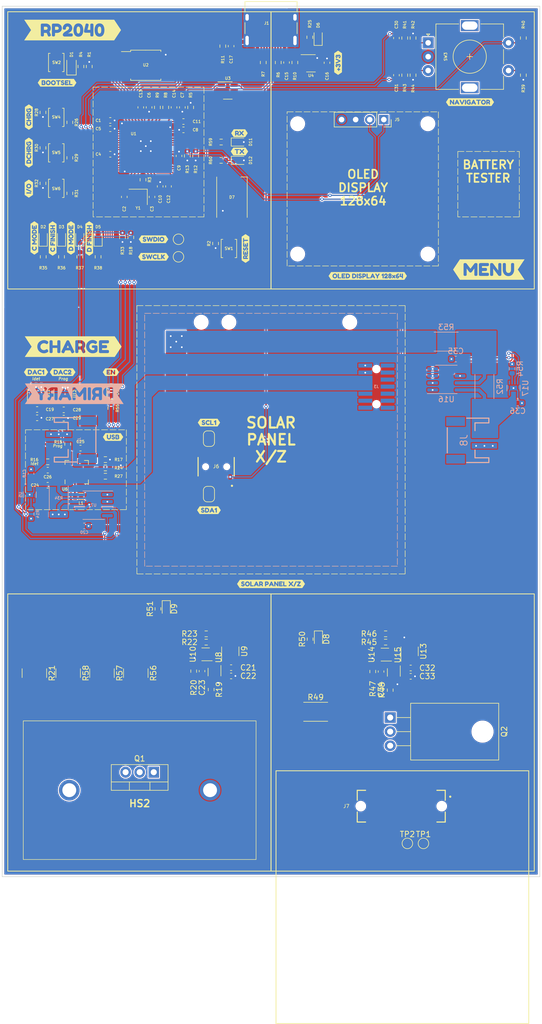
<source format=kicad_pcb>
(kicad_pcb (version 20221018) (generator pcbnew)
  (layers (0 "F.Cu" signal) (31 "B.Cu" signal) (34 "B.Paste" user) (35 "F.Paste" user) (36 "B.SilkS" user "B.Silkscreen") (37 "F.SilkS" user "F.Silkscreen") (38 "B.Mask" user) (39 "F.Mask" user) (44 "Edge.Cuts" user))
  (net 0 "")
  (net 1 "+3V3")
  (net 2 "GND")
  (net 3 "Net-(U1-XIN)")
  (net 4 "Net-(C3-Pad2)")
  (net 5 "/AREF")
  (net 6 "+1V1")
  (net 7 "VBUS")
  (net 8 "Net-(J1-SHIELD)")
  (net 9 "BATT_SENS")
  (net 10 "Net-(U10-+)")
  (net 11 "Net-(C23-Pad2)")
  (net 12 "+BATT")
  (net 13 "Net-(U6-SS)")
  (net 14 "/D11")
  (net 15 "/D12")
  (net 16 "Net-(U14-+)")
  (net 17 "Net-(C34-Pad2)")
  (net 18 "BATT_SENS_2")
  (net 19 "Net-(D1-K)")
  (net 20 "Net-(D1-A)")
  (net 21 "Net-(D2-K)")
  (net 22 "/D06")
  (net 23 "Net-(D3-K)")
  (net 24 "/D07")
  (net 25 "Net-(D4-K)")
  (net 26 "/D08")
  (net 27 "Net-(D5-K)")
  (net 28 "/D09")
  (net 29 "Net-(D6-A)")
  (net 31 "/NEOPIXEL")
  (net 32 "Net-(D8-K)")
  (net 33 "Net-(D9-K)")
  (net 34 "Net-(D10-K)")
  (net 35 "/D13")
  (net 36 "Net-(J1-CC1)")
  (net 37 "DBus+")
  (net 38 "DBus-")
  (net 40 "Net-(J1-CC2)")
  (net 52 "/SDA1")
  (net 53 "/SCL1")
  (net 54 "3V3_SP")
  (net 58 "Net-(J6-Pin_7)")
  (net 59 "Net-(J6-Pin_8)")
  (net 63 "Net-(J7-Pin_6)")
  (net 65 "Net-(J7-Pin_8)")
  (net 73 "/SDA0")
  (net 74 "/SCL0")
  (net 75 "Net-(U6-SW)")
  (net 76 "Net-(U6-SENSE)")
  (net 77 "Net-(Q1-G)")
  (net 78 "Net-(Q1-S)")
  (net 79 "Net-(Q2-G)")
  (net 80 "Net-(Q2-S)")
  (net 81 "/QSPI_CS")
  (net 82 "/RESET")
  (net 83 "Net-(U1-XOUT)")
  (net 84 "Net-(R8-Pad1)")
  (net 85 "DM")
  (net 86 "DP")
  (net 87 "Net-(R9-Pad2)")
  (net 88 "Net-(U4-EN)")
  (net 89 "Net-(U5-QSTRT)")
  (net 90 "/DAC2")
  (net 91 "/DAC1")
  (net 92 "/D02")
  (net 93 "/A00")
  (net 94 "Net-(U10--)")
  (net 95 "/D01")
  (net 96 "/D03")
  (net 97 "/D00")
  (net 98 "/D04")
  (net 99 "/D05")
  (net 100 "Net-(R39-Pad2)")
  (net 101 "/D10")
  (net 102 "Net-(R41-Pad2)")
  (net 103 "Net-(R43-Pad2)")
  (net 104 "/A03")
  (net 105 "Net-(U14--)")
  (net 106 "BATT_2")
  (net 107 "Net-(U17-QSTRT)")
  (net 108 "/SWDIO")
  (net 109 "/SWCLK")
  (net 110 "/MISO")
  (net 111 "/USB_HOSTEN")
  (net 112 "/MOSI")
  (net 113 "/TXLED")
  (net 114 "/RXLED")
  (net 115 "/SCK")
  (net 117 "/A02")
  (net 118 "/QSPI_DATA3")
  (net 119 "/QSPI_SCK")
  (net 120 "/QSPI_DATA0")
  (net 121 "/QSPI_DATA2")
  (net 122 "/QSPI_DATA1")
  (net 126 "Net-(U8-+)")
  (net 127 "Net-(U13-VOUT)")
  (net 129 "Net-(SW4-A)")
  (net 130 "Net-(SW5-A)")
  (net 131 "Net-(SW6-A)")
  (net 132 "Net-(D11-K)")
  (net 133 "Net-(D12-K)")
  (footprint "Resistor_SMD:R_0603_1608Metric" (layer "F.Cu") (at 60.3 37.175 -90)
    (fp_text reference "R1")
    (fp_text value "10K")
  )
  (footprint "Capacitor_SMD:C_0603_1608Metric" (layer "F.Cu") (at 73.1 58.8 -90)
    (fp_text reference "C10")
    (fp_text value "0.1uF")
  )
  (footprint "Capacitor_SMD:C_0603_1608Metric" (layer "F.Cu") (at 76.5 53.3 -90)
    (fp_text reference "C9")
    (fp_text value "0.1uF")
  )
  (footprint "custom-footprints:pycubed_mini_half" (layer "F.Cu") (at 132.6 60.8)
    (fp_text reference "Ref**" hide)
    (fp_text value "Val**" hide)
  )
  (footprint "Resistor_SMD:R_0603_1608Metric" (layer "F.Cu") (at 117.225 32.04 -90)
    (fp_text reference "R41")
    (fp_text value "10K")
  )
  (footprint "Capacitor_SMD:C_0603_1608Metric" (layer "F.Cu") (at 55.7 99.1 180)
    (fp_text reference "C28")
    (fp_text value "0.1uF")
  )
  (footprint "Connector_USB:USB_C_Receptacle_HRO_TYPE-C-31-M-12" (layer "F.Cu") (at 93.1 29.355 180)
    (fp_text reference "J1")
    (fp_text value "USB-C Receptacle")
  )
  (footprint "Resistor_SMD:R_0603_1608Metric" (layer "F.Cu") (at 138.625 32.04 90)
    (fp_text reference "R40")
    (fp_text value "10K")
  )
  (footprint "Capacitor_SMD:C_0603_1608Metric" (layer "F.Cu") (at 55.7 100.6 180)
    (fp_text reference "C29")
    (fp_text value "10uF")
  )
  (footprint "Resistor_SMD:R_0603_1608Metric" (layer "F.Cu") (at 51.95 45.45 90)
    (fp_text reference "R28")
    (fp_text value "2K")
  )
  (footprint "Capacitor_SMD:C_0603_1608Metric" (layer "F.Cu") (at 77.1 44.55 90)
    (fp_text reference "C7")
    (fp_text value "0.1uF")
  )
  (footprint "Button_Switch_SMD:SW_SPST_B3U-1000P" (layer "F.Cu") (at 54.35 36.45 90)
    (fp_text reference "SW2")
    (fp_text value "BOOTSEL")
  )
  (footprint "Resistor_SMD:R_0603_1608Metric" (layer "F.Cu") (at 52 71.5 90)
    (fp_text reference "R35")
    (fp_text value "1K")
  )
  (footprint "Resistor_SMD:R_0603_1608Metric" (layer "F.Cu") (at 78.6 44.55 90)
    (fp_text reference "R5")
    (fp_text value "0")
  )
  (footprint "Capacitor_SMD:C_0603_1608Metric" (layer "F.Cu") (at 64.1 48.4 180)
    (fp_text reference "C5")
    (fp_text value "0.1uF")
  )
  (footprint "Rotary_Encoder:RotaryEncoder_Alps_EC11E-Switch_Vertical_H20mm" (layer "F.Cu") (at 121.45 32.9)
    (fp_text reference "SW3")
    (fp_text value "RotaryEncoder_Switch")
  )
  (footprint "kibuzzard-6438A1E8" (layer "F.Cu") (at 53.7 68.2 90)
    (fp_text reference "kibuzzard-6438A1E8" hide)
    (fp_text value "G***" hide)
  )
  (footprint "Resistor_SMD:R_0603_1608Metric" (layer "F.Cu") (at 56.4175 105.2625 -90)
    (fp_text reference "R15")
    (fp_text value "R_prog")
  )
  (footprint "LED_SMD:LED_0603_1608Metric" (layer "F.Cu") (at 74.2 135 -90)
    (fp_text reference "D9")
    (fp_text value "Blue")
  )
  (footprint "BatteryTester:IC57_RP2040" (layer "F.Cu") (at 70.5036 51.534)
    (fp_text reference "U1")
    (fp_text value "RP2040")
  )
  (footprint "Capacitor_SMD:C_0603_1608Metric" (layer "F.Cu") (at 115.725 38.74 90)
    (fp_text reference "C31")
    (fp_text value "0.01uF")
  )
  (footprint "kibuzzard-643A089C" (layer "F.Cu") (at 81.9 101.4)
    (fp_text reference "kibuzzard-643A089C" hide)
    (fp_text value "G***" hide)
  )
  (footprint "Capacitor_SMD:C_0603_1608Metric" (layer "F.Cu") (at 75.6 44.55 90)
    (fp_text reference "C14")
    (fp_text value "0.1uF")
  )
  (footprint "Package_TO_SOT_THT:TO-220-3_Horizontal_TabDown" (layer "F.Cu") (at 114.6 154.6 -90)
    (fp_text reference "Q2")
    (fp_text value "IRF540N")
  )
  (footprint "Resistor_SMD:R_0603_1608Metric" (layer "F.Cu") (at 81.4 139.5)
    (fp_text reference "R23")
    (fp_text value "1K")
  )
  (footprint "Resistor_SMD:R_0603_1608Metric" (layer "F.Cu") (at 56.8 47.25 90)
    (fp_text reference "R26")
    (fp_text value "10K")
  )
  (footprint "kibuzzard-6438A591" (layer "F.Cu") (at 87.4 52.5)
    (fp_text reference "kibuzzard-6438A591" hide)
    (fp_text value "G***" hide)
  )
  (footprint "Resistor_SMD:R_2816_7142Metric" (layer "F.Cu") (at 56.5 146.5875 -90)
    (fp_text reference "R58")
    (fp_text value "4")
  )
  (footprint "Resistor_SMD:R_0603_1608Metric" (layer "F.Cu") (at 55.3 71.5 90)
    (fp_text reference "R36")
    (fp_text value "1K")
  )
  (footprint "kibuzzard-6438A03B" (layer "F.Cu") (at 54.5 40.1)
    (fp_text reference "kibuzzard-6438A03B" hide)
    (fp_text value "G***" hide)
  )
  (footprint "Resistor_SMD:R_0603_1608Metric" (layer "F.Cu") (at 111.455 146.3 -90)
    (fp_text reference "R47")
    (fp_text value "0")
  )
  (footprint "kibuzzard-64389E8B" (layer "F.Cu") (at 71.9036 68.334)
    (fp_text reference "kibuzzard-64389E8B" hide)
    (fp_text value "G***" hide)
  )
  (footprint "Jumper:SolderJumper-2_P1.3mm_Bridged_RoundedPad1.0x1.5mm" (layer "F.Cu") (at 81.9 104.3 90)
    (fp_text reference "JP2" hide)
    (fp_text value "Jumper_2_Bridged")
  )
  (footprint "MountingHole:MountingHole_2.2mm_M2_DIN965" (layer "F.Cu") (at 97.9 47.5)
    (fp_text reference "REF**" hide)
    (fp_text value "MountingHole_2.2mm_M2_DIN965")
  )
  (footprint "kibuzzard-6438A119" (layer "F.Cu") (at 49.4 59.2 90)
    (fp_text reference "kibuzzard-6438A119" hide)
    (fp_text value "G***" hide)
  )
  (footprint "Package_TO_SOT_SMD:SOT-353_SC-70-5" (layer "F.Cu") (at 115.255 146.46 -90)
    (fp_text reference "U15")
    (fp_text value "TLV9001IDCK")
  )
  (footprint "Resistor_SMD:R_0603_1608Metric" (layer "F.Cu") (at 56.8 53.65 90)
    (fp_text reference "R29")
    (fp_text value "10K")
  )
  (footprint "Resistor_SMD:R_0603_1608Metric" (layer "F.Cu") (at 61.9 71.5 90)
    (fp_text reference "R38")
    (fp_text value "1K")
  )
  (footprint "kibuzzard-6438A12F" (layer "F.Cu") (at 88.5 70 90)
    (fp_text reference "kibuzzard-6438A12F" hide)
    (fp_text value "G***" hide)
  )
  (footprint "Resistor_SMD:R_0603_1608Metric" (layer "F.Cu") (at 79.15 146.225 -90)
    (fp_text reference "R20")
    (fp_text value "0")
  )
  (footprint "Package_TO_SOT_SMD:SOT-23-6" (layer "F.Cu") (at 85.3 41.5)
    (fp_text reference "U3")
    (fp_text value "USBLC6-2SC6")
  )
  (footprint "kibuzzard-643A08B7" (layer "F.Cu") (at 81.9 117.2)
    (fp_text reference "kibuzzard-643A08B7" hide)
    (fp_text value "G***" hide)
  )
  (footprint "BatteryTester:SAMTEC_TFM-110-12-X-D-A" (layer "F.Cu") (at 116.595 170.585 180)
    (fp_text reference "J7")
    (fp_text value "TFM-110-12-X-D-A")
  )
  (footprint "Package_TO_SOT_SMD:SOT-353_SC-70-5" (layer "F.Cu") (at 81.3 143.2 180)
    (fp_text reference "U10")
    (fp_text value "TLV9001IDCK")
  )
  (footprint "Capacitor_SMD:C_0603_1608Metric" (layer "F.Cu") (at 85.9 145.6 180)
    (fp_text reference "C21")
    (fp_text value "0.1uF")
  )
  (footprint "LED_SMD:LED_WS2812B_PLCC4_5.0x5.0mm_P3.2mm" (layer "F.Cu") (at 86.05 60.75 90)
    (fp_text reference "D7")
    (fp_text value "WS2812B")
  )
  (footprint "Resistor_SMD:R_2512_6332Metric" (layer "F.Cu") (at 101.155 153.56)
    (fp_text reference "R49")
    (fp_text value "1")
  )
  (footprint "Resistor_SMD:R_0603_1608Metric" (layer "F.Cu") (at 66.3 68 -90)
    (fp_text reference "R33")
    (fp_text value "10K")
  )
  (footprint "Capacitor_SMD:C_0603_1608Metric" (layer "F.Cu") (at 58.7175 106 180)
    (fp_text reference "C25")
    (fp_text value "10uF")
  )
  (footprint "Resistor_SMD:R_0603_1608Metric" (layer "F.Cu") (at 117.225 38.74 90)
    (fp_text reference "R43")
    (fp_text value "10K")
  )
  (footprint "Resistor_SMD:R_0603_1608Metric" (layer "F.Cu") (at 83.1 69.1 90)
    (fp_text reference "R2")
    (fp_text value "10K")
  )
  (footprint "Capacitor_SMD:C_0603_1608Metric" (layer "F.Cu") (at 85.9 33.5 90)
    (fp_text reference "C17")
    (fp_text value "4.7nF")
  )
  (footprint "Resistor_SMD:R_0603_1608Metric" (layer "F.Cu") (at 84.4 33.5 -90)
    (fp_text reference "R11")
    (fp_text value "1M")
  )
  (footprint "MountingHole:MountingHole_2.2mm_M2_DIN965" (layer "F.Cu") (at 121.4 71)
    (fp_text reference "REF**" hide)
    (fp_text value "MountingHole_2.2mm_M2_DIN965")
  )
  (footprint "Package_SO:SOIC-8_5.23x5.23mm_P1.27mm" (layer "F.Cu") (at 70.5 36.95)
    (fp_text reference "U2")
    (fp_text value "W25Q32JVSS")
  )
  (footprint "Button_Switch_SMD:SW_SPST_B3U-1000P" (layer "F.Cu") (at 54.35 52.75 -90)
    (fp_text reference "SW5")
    (fp_text value "Charge")
  )
  (footprint "kibuzzard-6438A59C" (layer "F.Cu") (at 87.4 49.2)
    (fp_text reference "kibuzzard-6438A59C" hide)
    (fp_text value "G***" hide)
  )
  (footprint "Package_DFN_QFN:QFN-16-1EP_4x4mm_P0.65mm_EP2.15x2.15mm" (layer "F.Cu") (at 58.04 110.34 90)
    (fp_text reference "U6")
    (fp_text value "LTC4001")
  )
  (footprint "Diode_SMD:D_SOD-323" (layer "F.Cu") (at 57.1 37.1 90)
    (fp_text reference "D1")
    (fp_text value "D_Schottky")
  )
  (footprint "MountingHole:MountingHole_2.2mm_M2_DIN965" (layer "F.Cu") (at 107.29976 83.30094)
    (fp_text reference "REF**" hide)
    (fp_text value "MountingHole_2.2mm_M2_DIN965")
  )
  (footprint "Connector_PinSocket_2.54mm:PinSocket_1x04_P2.54mm_Vertical" (layer "F.Cu") (at 113.45 46.75 -90)
    (fp_text reference "J5")
    (fp_text value "OLED DISPLAY")
  )
  (footprint "Capacitor_SMD:C_0603_1608Metric" (layer "F.Cu") (at 52.815 109.9775)
    (fp_text reference "C26")
    (fp_text value "0.1uF")
  )
  (footprint "Capacitor_SMD:C_0603_1608Metric" (layer "F.Cu") (at 52.8 112.7)
    (fp_text reference "C24")
    (fp_text value "10uF")
  )
  (footprint "Package_TO_SOT_SMD:SOT-23-6" (layer "F.Cu") (at 118.1 142.6625 90)
    (fp_text reference "U13")
    (fp_text value "MCP4725xxx-xCH")
  )
  (footprint "Resistor_SMD:R_2816_7142Metric" (layer "F.Cu") (at 62.6 146.5875 -90)
    (fp_text reference "R57")
    (fp_text value "4")
  )
  (footprint "Inductor_SMD:L_0805_2012Metric" (layer "F.Cu") (at 58.815 114.7 180)
    (fp_text reference "L1")
    (fp_text value "L_Small")
  )
  (footprint "Capacitor_SMD:C_0603_1608Metric" (layer "F.Cu") (at 118.3 147.1625 180)
    (fp_text reference "C33")
    (fp_text value "10uF")
  )
  (footprint "Resistor_SMD:R_0603_1608Metric" (layer "F.Cu") (at 84.1 54.1)
    (fp_text reference "R60")
    (fp_text value "1K")
  )
  (footprint "kibuzzard-643A09FA" (layer "F.Cu") (at 64.2 92.3)
    (fp_text reference "kibuzzard-643A09FA" hide)
    (fp_text value "G***" hide)
  )
  (footprint "Resistor_SMD:R_0603_1608Metric" (layer "F.Cu") (at 70 57.6 90)
    (fp_text reference "R3")
    (fp_text value "1K")
  )
  (footprint "Capacitor_SMD:C_0603_1608Metric" (layer "F.Cu") (at 69.6 44.55 90)
    (fp_text reference "C13")
    (fp_text value "0.1uF")
  )
  (footprint "Package_TO_SOT_SMD:SOT-353_SC-70-5" (layer "F.Cu") (at 82.9 146.4 -90)
    (fp_text reference "U8")
    (fp_text value "TLV9001IDCK")
  )
  (footprint "Resistor_SMD:R_0603_1608Metric" (layer "F.Cu") (at 67.8 68 -90)
    (fp_text reference "R18")
    (fp_text value "10K")
  )
  (footprint "Resistor_SMD:R_0603_1608Metric" (layer "F.Cu") (at 74.1 44.55 -90)
    (fp_text reference "R8")
    (fp_text value "27.4")
  )
  (footprint "Resistor_SMD:R_2816_7142Metric" (layer "F.Cu") (at 68.7 146.5875 -90)
    (fp_text reference "R56")
    (fp_text value "4")
  )
  (footprint "Resistor_SMD:R_0603_1608Metric" (layer "F.Cu") (at 118.725 32.04 90)
    (fp_text reference "R42")
    (fp_text value "10K")
  )
  (footprint "Package_TO_SOT_SMD:SOT-353_SC-70-5" (layer "F.Cu") (at 113.65 143.25 180)
    (fp_text reference "U14")
    (fp_text value "TLV9001IDCK")
  )
  (footprint "Resistor_SMD:R_0603_1608Metric" (layer "F.Cu") (at 63.215 109.5775)
    (fp_text reference "R24")
    (fp_text value "2K")
  )
  (footprint "kibuzzard-6438A146" (layer "F.Cu") (at 57 68.1 90)
    (fp_text reference "kibuzzard-6438A146" hide)
    (fp_text value "G***" hide)
  )
  (footprint "Resistor_SMD:R_0603_1608Metric" (layer "F.Cu") (at 84.1 50.8)
    (fp_text reference "R59")
    (fp_text value "1K")
  )
  (footprint "TestPoint:TestPoint_Pad_D1.5mm" (layer "F.Cu") (at 117.7 177.3)
    (fp_text reference "TP2")
    (fp_text value "SDA1_MB")
  )
  (footprint "Resistor_SMD:R_0603_1608Metric" (layer "F.Cu") (at 79.5 53.3 -90)
    (fp_text reference "R12")
    (fp_text value "10K")
  )
  (footprint "MountingHole:MountingHole_2.2mm_M2_DIN965" (layer "F.Cu") (at 97.9 71)
    (fp_text reference "REF**" hide)
    (fp_text value "MountingHole_2.2mm_M2_DIN965")
  )
  (footprint "BatteryTester:RAT2X38E" (layer "F.Cu") (at 82.1 167.7 180)
    (fp_text reference "HS2")
    (fp_text value "Heatsink_Pad" hide)
  )
  (footprint "Resistor_SMD:R_0603_1608Metric" (layer "F.Cu") (at 78 53.3 -90)
    (fp_text reference "R13")
    (fp_text value "10K")
  )
  (footprint "Resistor_SMD:R_0603_1608Metric" (layer "F.Cu") (at 118.725 38.74 -90)
    (fp_text reference "R44")
    (fp_text value "10K")
  )
  (footprint "TestPoint:TestPoint_Pad_D1.5mm" (layer "F.Cu") (at 76.4 68.334)
    (fp_text reference "TP3" hide)
    (fp_text value "SWDIO")
  )
  (footprint "kibuzzard-643A0700" (layer "F.Cu") (at 50.7 92.3)
    (fp_text reference "kibuzzard-643A0700" hide)
    (fp_text value "G***" hide)
  )
  (footprint "Resistor_SMD:R_0603_1608Metric" (layer "F.Cu") (at 100.155 140.46 90)
    (fp_text reference "R50")
    (fp_text value "1K")
  )
  (footprint "Capacitor_SMD:C_0603_1608Metric" (layer "F.Cu") (at 66.625 60.7 -90)
    (fp_text reference "C2")
    (fp_text value "22pF")
  )
  (footprint "Capacitor_SMD:C_0603_1608Metric" (layer "F.Cu") (at 77.3 47.1 180)
    (fp_text reference "C11")
    (fp_text value "1uF")
  )
  (footprint "Resistor_SMD:R_0603_1608Metric" (layer "F.Cu") (at 100.1 31.9 90)
    (fp_text reference "R25")
    (fp_text value "1K")
  )
  (footprint "kibuzzard-6438B7A5" (layer "F.Cu") (at 110.55 74.95)
    (fp_text reference "kibuzzard-6438B7A5" hide)
    (fp_text value "G***" hide)
  )
  (footprint "Resistor_SMD:R_0603_1608Metric" (layer "F.Cu") (at 51.95 58.25 90)
    (fp_text reference "R32")
    (fp_text value "2K")
  )
  (footprint "Resistor_SMD:R_0603_1608Metric" (layer "F.Cu") (at 63.215 111.0775)
    (fp_text reference "R27")
    (fp_text value "10K")
  )
  (footprint "Resistor_SMD:R_2816_7142Metric" (layer "F.Cu") (at 50.4 146.5875 -90)
    (fp_text reference "R21")
    (fp_text value "4")
  )
  (footprint "MountingHole:MountingHole_2.2mm_M2_DIN965" (layer "F.Cu") (at 121.4 47.5)
    (fp_text reference "REF**" hide)
    (fp_text value "MountingHole_2.2mm_M2_DIN965")
  )
  (footprint "MountingHole:MountingHole_2.2mm_M2_DIN965" (layer "F.Cu") (at 80.499748 83.300929)
    (fp_text reference "REF**" hide)
    (fp_text value "MountingHole_2.2mm_M2_DIN965")
  )
  (footprint "Capacitor_SMD:C_0603_1608Metric" (layer "F.Cu") (at 71.1 44.55 90)
    (fp_text reference "C6")
    (fp_text value "0.1uF")
  )
  (footprint "Package_TO_SOT_THT:TO-220-3_Vertical" (layer "F.Cu") (at 71.94 164.455 180)
    (fp_text reference "Q1")
    (fp_text value "IRF540N")
  )
  (footprint "kibuzzard-6438B93A" (layer "F.Cu") (at 132.4 73.8)
    (fp_text reference "kibuzzard-6438B93A" hide)
    (fp_text value "G***" hide)
  )
  (footprint "TestPoint:TestPoint_Pad_D1.5mm" (layer "F.Cu") (at 120.6 177.3)
    (fp_text reference "TP1")
    (fp_text value "SCL1_MB")
  )
  (footprint "Resistor_SMD:R_0603_1608Metric" (layer "F.Cu") (at 64.2 98.8 90)
    (fp_text reference "R55")
    (fp_text value "1K")
  )
  (footprint "Resistor_SMD:R_0603_1608Metric" (layer "F.Cu") (at 51.95 51.85 90)
    (fp_text reference "R30")
    (fp_text value "2K")
  )
  (footprint "Resistor_SMD:R_0603_1608Metric" (layer "F.Cu") (at 113.775 139.5)
    (fp_text reference "R46")
    (fp_text value "1K")
  )
  (footprint "Button_Switch_SMD:SW_SPST_B3U-1000P" (layer "F.Cu") (at 54.35 59.15 -90)
    (fp_text reference "SW6")
    (fp_text value "Discharge")
  )
  (footprint "Resistor_SMD:R_0603_1608Metric" (layer "F.Cu") (at 114.6 149.66 -90)
    (fp_text reference "R48")
    (fp_text value "0")
  )
  (footprint "Resistor_SMD:R_0603_1608Metric" (layer "F.Cu") (at 113.775 141)
    (fp_text reference "R45")
    (fp_text value "0")
  )
  (footprint "Capacitor_SMD:C_0603_1608Metric" (layer "F.Cu") (at 71.625 60.7 90)
    (fp_text reference "C3")
    (fp_text value "22pF")
  )
  (footprint "Crystal:Crystal_SMD_2520-4Pin_2.5x2.0mm" (layer "F.Cu") (at 69.125 60.7 180)
    (fp_text reference "Y1")
    (fp_text value "12MHz")
  )
  (footprint "LED_SMD:LED_0603_1608Metric" (layer "F.Cu") (at 101.6 31.8875 90)
    (fp_text reference "D6")
    (fp_text value "Green")
  )
  (footprint "kibuzzard-6438B767" (layer "F.Cu") (at 129 43.6)
    (fp_text reference "kibuzzard-6438B767" hide)
    (fp_text value "G***" hide)
  )
  (footprint "BatteryTester:SAMTEC_FLE-105-01-X-DV-A" (layer "F.Cu") (at 83.2 109.36 180)
    (fp_text reference "J6")
    (fp_text value "FLE-105-01-X-DV-A")
  )
  (footprint "LED_SMD:LED_0603_1608Metric" (layer "F.Cu") (at 101.655 140.46 -90)
    (fp_text reference "D8")
    (fp_text value "Blue")
  )
  (footprint "MountingHole:MountingHole_2.2mm_M2_DIN965" (layer "F.Cu") (at 85.49792 83.30094)
    (fp_text reference "REF**" hide)
    (fp_text value "MountingHole_2.2mm_M2_DIN965")
  )
  (footprint "LED_SMD:LED_0603_1608Metric" (layer "F.Cu") (at 87.4125 54.1)
    (fp_text reference "D12")
    (fp_text value "Amber")
  )
  (footprint "Capacitor_SMD:C_0603_1608Metric" (layer "F.Cu") (at 118.3 145.6625 180)
    (fp_text reference "C32")
    (fp_text value "0.1uF")
  )
  (footprint "kibuzzard-6438A2F8" (layer "F.Cu") (at 57.3 30.6)
    (fp_text reference "kibuzzard-6438A2F8" hide)
    (fp_text value "G***" hide)
  )
  (footprint "Capacitor_SMD:C_0603_1608Metric" (layer "F.Cu") (at 103.2 36.5 -90)
    (fp_text reference "C16")
    (fp_text value "1uF")
  )
  (footprint "Capacitor_SMD:C_0603_1608Metric" (layer "F.Cu") (at 64.1 46.9 180)
    (fp_text reference "C1")
    (fp_text value "1uF")
  )
  (footprint "Capacitor_SMD:C_0603_1608Metric" (layer "F.Cu") (at 50.9 99.0375 180)
    (fp_text reference "C19")
    (fp_text value "0.1uF")
  )
  (footprint "Capacitor_SMD:C_0603_1608Metric" (layer "F.Cu") (at 112.955 146.3 -90)
    (fp_text reference "C34")
    (fp_text value "10uF")
  )
  (footprint "Resistor_SMD:R_0603_1608Metric" (layer "F.Cu") (at 82.3 149.55 -90)
    (fp_text reference "R19")
    (fp_text value "0")
  )
  (footprint "kibuzzard-643A070F" (layer "F.Cu") (at 55.5 92.3)
    (fp_text reference "kibuzzard-643A070F" hide)
    (fp_text value "G***" hide)
  )
  (footprint "Resistor_SMD:R_0603_1608Metric" (layer "F.Cu") (at 91.7 36.455 90)
    (fp_text reference "R7")
    (fp_text value "5.1K")
  )
  (footprint "Resistor_SMD:R_0603_1608Metric" (layer "F.Cu") (at 63.215 108.0775 180)
    (fp_text reference "R17")
    (fp_text value "390R")
  )
  (footprint "Package_TO_SOT_SMD:SOT-23-6" (layer "F.Cu") (at 50.7 96.1375 90)
    (fp_text reference "U11")
    (fp_text value "MCP4725xxx-xCH")
  )
  (footprint "Resistor_SMD:R_0603_1608Metric" (layer "F.Cu") (at 97.4 36.455 -90)
    (fp_text reference "R10")
    (fp_text value "100K")
  )
  (footprint "Resistor_SMD:R_0603_1608Metric" (layer "F.Cu") (at 58.6 71.5 90)
    (fp_text reference "R37")
    (fp_text value "1K")
  )
  (footprint "Capacitor_SMD:C_0603_1608Metric" (layer "F.Cu") (at 74.6 58.8 -90)
    (fp_text reference "C12")
    (fp_text value "1uF")
  )
  (footprint "Capacitor_SMD:C_0603_1608Metric" (layer "F.Cu") (at 64.1 53 180)
    (fp_text reference "C4")
    (fp_text value "0.1uF")
  )
  (footprint "Capacitor_SMD:C_0603_1608Metric" (layer "F.Cu") (at 80.65 146.225 -90)
    (fp_text reference "C23")
    (fp_text value "10uF")
  )
  (footprint "kibuzzard-64389EC9" (layer "F.Cu") (at 71.9 71.5)
    (fp_text reference "kibuzzard-64389EC9" hide)
    (fp_text value "G***" hide)
  )
  (footprint "LED_SMD:LED_0603_1608Metric" (layer "F.Cu") (at 55.3 68.1 90)
    (fp_text reference "D3")
    (fp_text value "Amber")
  )
  (footprint "Capacitor_SMD:C_0603_1608Metric" (layer "F.Cu") (at 50.9 100.5375 180)
    (fp_text reference "C27")
    (fp_text value "10uF")
  )
  (footprint "Resistor_SMD:R_0603_1608Metric" (layer "F.Cu") (at 138.625 38.74 90)
    (fp_text reference "R39")
    (fp_text value "2K")
  )
  (footprint "kibuzzard-6438B33D" (layer "F.Cu") (at 105.2 36.5 90)
    (fp_text reference "kibuzzard-6438B33D" hide)
    (fp_text value "G***" hide)
  )
  (footprint "TestPoint:TestPoint_Pad_D1.5mm" (layer "F.Cu") (at 76.4 71.5)
    (fp_text reference "TP4" hide)
    (fp_text value "SWCLK")
  )
  (footprint "Capacitor_SMD:C_0603_1608Metric" (layer "F.Cu") (at 95.9 36.455 -90)
    (fp_text reference "C15")
    (fp_text value "1uF")
  )
  (footprint "Package_TO_SOT_SMD:SOT-23-6" (layer "F.Cu") (at 85.75 142.65 90)
    (fp_text reference "U9")
    (fp_text value "MCP4725xxx-xCH")
  )
  (footprint "Resistor_SMD:R_0603_1608Metric" (layer "F.Cu") (at 81.4 141)
    (fp_text reference "R22")
    (fp_text value "0")
  )
  (footprint "LED_SMD:LED_0603_1608Metric" (layer "F.Cu") (at 87.4 50.8)
    (fp_text reference "D11")
    (fp_text value "Amber")
  )
  (footprint "LED_SMD:LED_0603_1608Metric" (layer "F.Cu") (at 52 68.1 90)
    (fp_text reference "D2")
    (fp_text value "Amber")
  )
  (footprint "Resistor_SMD:R_0603_1608Metric" (layer "F.Cu") (at 72.7 135 90)
    (fp_text reference "R51")
    (fp_text value "1K")
  )
  (footprint "LED_SMD:LED_0603_1608Metric" (layer "F.Cu") (at 58.6 68.1 90)
    (fp_text reference "D4")
    (fp_text value "Amber")
  )
  (footprint "LED_SMD:LED_0603_1608Metric" (layer "F.Cu") (at 61.9 68.1 90)
    (fp_text reference "D5")
    (fp_text value "Amber")
  )
  (footprint "Resistor_SMD:R_0603_1608Metric" (layer "F.Cu") (at 52.815 108.4775)
    (fp_text reference "R16")
    (fp_text value "R_idet")
  )
  (footprint "kibuzzard-6438A1DA" (layer "F.Cu") (at 50.4 68.1 90)
    (fp_text reference "kibuzzard-6438A1DA" hide)
    (fp_text value "G***" hide)
  )
  (footprint "Capacitor_SMD:C_0603_1608Metric" (layer "F.Cu") (at 77.3 48.6)
    (fp_text reference "C8")
    (fp_text value "0.1uF")
  )
  (footprint "kibuzzard-643A0912" (layer "F.Cu") (at 64.6 104)
    (fp_text reference "kibuzzard-643A0912" hide)
    (fp_text value "G***" hide)
  )
  (footprint "Capacitor_SMD:C_0603_1608Metric" (layer "F.Cu") (at 85.9 147.1 180)
    (fp_text reference "C22")
    (fp_text value "10uF")
  )
  (footprint "kibuzzard-643A06C8" (layer "F.Cu") (at 57.4 87.7)
    (fp_text reference "kibuzzard-643A06C8" hide)
    (fp_text value "G***" hide)
  )
  (footprint "Jumper:SolderJumper-2_P1.3mm_Bridged_RoundedPad1.0x1.5mm" (layer "F.Cu") (at 81.9 114.3 90)
    (fp_text reference "JP1" hide)
    (fp_text value "Jumper_2_Bridged")
  )
  (footprint "Button_Switch_SMD:SW_SPST_B3U-1000P" (layer "F.Cu") (at 54.35 46.35 -90)
    (fp_text reference "SW4")
    (fp_text value "Start/Stop")
  )
  (footprint "kibuzzard-6438A1B5" (layer "F.Cu") (at 60.3 68.2 90)
    (fp_text reference "kibuzzard-6438A1B5" hide)
    (fp_text value "G***" hide)
  )
  (footprint "kibuzzard-643A091C" (layer "F.Cu") (at 93.1 130.5)
    (fp_text reference "kibuzzard-643A091C" hide)
    (fp_text value "G***" hide)
  )
  (footprint "Button_Switch_SMD:SW_SPST_B3U-1000P" (layer "F.Cu") (at 85.5 70 90)
    (fp_text reference "SW1")
    (fp_text value "Reset")
  )
  (footprint "Package_TO_SOT_SMD:SOT-23-6" (layer "F.Cu") (at 55.5 96.2 90)
    (fp_text reference "U12")
    (fp_text value "MCP4725xxx-xCH")
  )
  (footprint "Resistor_SMD:R_0603_1608Metric" (layer "F.Cu") (at 58.8 37.175 90)
    (fp_text reference "R4")
    (fp_text value "1K")
  )
  (footprint "kibuzzard-6438A05A" (layer "F.Cu") (at 49.4 46.3 90)
    (fp_text reference "kibuzzard-6438A05A" hide)
    (fp_text value "G***" hide)
  )
  (footprint "LED_SMD:LED_0603_1608Metric" (layer "F.Cu") (at 64.2 95.7125 90)
    (fp_text reference "D10")
    (fp_text value "Blue")
  )
  (footprint "Capacitor_SMD:C_0603_1608Metric" (layer "F.Cu") (at 115.725 32.04 -90)
    (fp_text reference "C30")
    (fp_text value "0.01uF")
  )
  (footprint "Resistor_SMD:R_0603_1608Metric" (layer "F.Cu") (at 72.6 44.55 90)
    (fp_text reference "R9")
    (fp_text value "27.4")
  )
  (footprint "Resistor_SMD:R_0603_1608Metric" (layer "F.Cu") (at 94.4 36.455 90)
    (fp_text reference "R6")
    (fp_text value "5.1K")
  )
  (footprint "kibuzzard-6438A06A" (layer "F.Cu") (at 49.4 52.7 90)
    (fp_text reference "kibuzzard-6438A06A" hide)
    (fp_text value "G***" hide)
  )
  (footprint "Resistor_SMD:R_0603_1608Metric" (layer "F.Cu") (at 56.8 60.05 90)
    (fp_text reference "R31")
    (fp_text value "10K")
  )
  (footprint "Package_TO_SOT_SMD:SOT-23-5" (layer "F.Cu") (at 100.3 36.6)
    (fp_text reference "U4")
    (fp_text value "AP2112K-3.3")
  )
  (footprint "Capacitor_SMD:C_0603_1608Metric" (layer "B.Cu") (at 126.425 89.9375 180)
    (fp_text reference "C35")
    (fp_text value "0.1uF")
  )
  (footprint "kibuzzard-643A0FFF" (layer "B.Cu") (at 57.6 96.2 180)
    (fp_text reference "kibuzzard-643A0FFF" hide)
    (fp_text value "G***" hide)
  )
  (footprint "Resistor_SMD:R_0603_1608Metric" (layer "B.Cu") (at 136.6 91.67775 90)
    (fp_text reference "R54")
    (fp_text value "10K")
  )
  (footprint "Resistor_SMD:R_2512_6332Metric" (layer "B.Cu") (at 124.7 86.8 180)
    (fp_text reference "R53")
    (fp_text value "3R")
  )
  (footprint "Package_SO:SOIC-8_3.9x4.9mm_P1.27mm" (layer "B.Cu") (at 124.735 93.6132)
    (fp_text reference "U16")
    (fp_text value "INA219BxD")
  )
  (footprint "BatteryTester:JSTPH2" (layer "B.Cu") (at 127.9 104.6 -90)
    (fp_text reference "J8")
    (fp_text value "JST-PH" hide)
  )
  (footprint "BatteryTester:JSTPH2" (layer "B.Cu") (at 58.5 104.505 90)
    (fp_text reference "J2")
    (fp_text value "JST-PH" hide)
  )
  (footprint "BatteryTester:SAMTEC-FTS-107-01-X-DV-A" (layer "B.Cu") (at 112.1226 94.9152 -90)
    (fp_text reference "J3")
    (fp_text value "FTS-107-01-X-DV-A")
  )
  (footprint "Capacitor_SMD:C_0603_1608Metric" (layer "B.Cu") (at 59.4 120.04)
    (fp_text reference "C20")
    (fp_text value "0.1uF")
  )
  (footprint "Resistor_SMD:R_0603_1608Metric" (layer "B.Cu") (at 49.8 117.9 -90)
    (fp_text reference "R14")
    (fp_text value "10K")
  )
  (footprint "Package_SO:SOIC-8_3.9x4.9mm_P1.27mm" (layer "B.Cu") (at 61.1 116.3 180)
    (fp_text reference "U7")
    (fp_text value "INA219BxD")
  )
  (footprint "BatteryTester:MAX17048G" (layer "B.Cu") (at 136.85 95.17775 90)
    (fp_text reference "U17")
    (fp_text value "MAX17048G" hide)
  )
  (footprint "Resistor_SMD:R_2512_6332Metric" (layer "B.Cu") (at 131.6 94.9 90)
    (fp_text reference "R52")
    (fp_text value "0.1R")
  )
  (footprint "BatteryTester:MAX17048G" (layer "B.Cu") (at 49.55 114.4033 -90)
    (fp_text reference "U5")
    (fp_text value "MAX17048G" hide)
  )
  (footprint "Capacitor_SMD:C_0603_1608Metric" (layer "B.Cu") (at 137.6 97.88105)
    (fp_text reference "C36")
    (fp_text value "1uF")
  )
  (footprint "Resistor_SMD:R_2512_6332Metric" (layer "B.Cu") (at 54.8 115.005 -90)
    (fp_text reference "R34")
    (fp_text value "0.04R")
  )
  (footprint "Capacitor_SMD:C_0603_1608Metric" (layer "B.Cu") (at 49.8 110.6 90)
    (fp_text reference "C18")
    (fp_text value "1uF")
  )
  (gr_rect (start 70.3 81.7) (end 115.9 127.3) (stroke (width 0.1016) (type dash)) (fill none) (layer "B.SilkS"))
  (gr_rect (start 45.6 27.3) (end 93.1 77.3) (stroke (width 0.15)) (fill none) (layer "F.SilkS"))
  (gr_line (start 94 164.2) (end 139.6 164.2) (stroke (width 0.15)) (layer "F.SilkS"))
  (gr_rect (start 93.1 27.3) (end 140.6 77.3) (stroke (width 0.1524)) (fill none) (layer "F.SilkS"))
  (gr_rect (start 126.8 52.5) (end 137.9 64.3) (stroke (width 0.1016) (type dash)) (fill none) (layer "F.SilkS"))
  (gr_rect (start 61 40.9) (end 81 64.3) (stroke (width 0.1016) (type dash)) (fill none) (layer "F.SilkS"))
  (gr_rect (start 48.8 102.7) (end 67 117.1) (stroke (width 0.1016) (type dash)) (fill none) (layer "F.SilkS"))
  (gr_rect (start 68.9 80.3) (end 117.3 128.7) (stroke (width 0.1016) (type dash)) (fill none) (layer "F.SilkS"))
  (gr_rect (start 93.1 132.3) (end 140.6 182.3) (stroke (width 0.15)) (fill none) (layer "F.SilkS"))
  (gr_line (start 139.6 164.2) (end 139.6 209.8) (stroke (width 0.15)) (layer "F.SilkS"))
  (gr_rect (start 45.6 132.3) (end 93.1 182.3) (stroke (width 0.15)) (fill none) (layer "F.SilkS"))
  (gr_line (start 139.6 209.8) (end 94 209.8) (stroke (width 0.15)) (layer "F.SilkS"))
  (gr_line (start 94 209.8) (end 94 164.2) (stroke (width 0.15)) (layer "F.SilkS"))
  (gr_rect (start 96 45.35) (end 123.3 73.15) (stroke (width 0.1016) (type dash)) (fill none) (layer "F.SilkS"))
  (gr_line (start 44.6 183.3) (end 44.6 26.3) (stroke (width 0.1)) (layer "Edge.Cuts"))
  (gr_line (start 141.6 183.3) (end 44.6 183.3) (stroke (width 0.1)) (layer "Edge.Cuts"))
  (gr_line (start 141.6 26.3) (end 141.6 183.3) (stroke (width 0.1)) (layer "Edge.Cuts"))
  (gr_line (start 44.6 26.3) (end 141.6 26.3) (stroke (width 0.1)) (layer "Edge.Cuts"))
  (gr_text "SOLAR\nPANEL\nX/Z" (at 93.1 104.5) (layer "F.SilkS") (effects (font (size 1.905 1.905) (thickness 0.381) bold)))
  (gr_text "BATTERY\nTESTER" (at 132.3 56.1) (layer "F.SilkS") (effects (font (size 1.5 1.5) (thickness 0.3) bold)))
  (gr_text "OLED\nDISPLAY\n128x64" (at 109.71 59.025) (layer "F.SilkS") (effects (font (size 1.5 1.5) (thickness 0.3) bold)))
  (gr_text "Prog" (at 55.6 93.5) (layer "F.SilkS") (effects (font (size 0.508 0.508) (thickness 0.1016) bold italic)))
  (gr_text "Prog" (at 54.6 105.6) (layer "F.SilkS") (effects (font (size 0.508 0.508) (thickness 0.1016) bold italic)))
  (gr_text "Idet" (at 50.4 108.8) (layer "F.SilkS") (effects (font (size 0.508 0.508) (thickness 0.1016) bold italic)))
  (gr_text "Idet" (at 50.7 93.5) (layer "F.SilkS") (effects (font (size 0.508 0.508) (thickness 0.1016) bold italic)))
  (segment (start 56.475 100.6) (end 56.45 100.575) (width 0.508) (layer "F.Cu") (net 1))
  (segment (start 72.656 57.581) (end 71.981 57.581) (width 0.2032) (layer "F.Cu") (net 1))
  (segment (start 70.7068 48.1304) (end 70.7068 47.1064) (width 0.2032) (layer "F.Cu") (net 1))
  (segment (start 76.475 52.55) (end 73.9072 52.55) (width 0.2032) (layer "F.Cu") (net 1))
  (segment (start 71.1 45.325) (end 71.1132 45.3382) (width 0.2032) (layer "F.Cu") (net 1))
  (segment (start 119.075 147.1625) (end 119.075 143.825) (width 0.508) (layer "F.Cu") (net 1))
  (segment (start 51.65 100.5125) (end 51.65 98.2) (width 0.508) (layer "F.Cu") (net 1))
  (segment (start 64.875 46.9) (end 64.875 48.4) (width 0.381) (layer "F.Cu") (net 1))
  (segment (start 65.525264 53) (end 65.975264 52.55) (width 0.2032) (layer "F.Cu") (net 1))
  (segment (start 51.65 98.2) (end 51.65 96.45) (width 0.508) (layer "F.Cu") (net 1))
  (segment (start 51.675 100.5375) (end 51.65 100.5125) (width 0.508) (layer "F.Cu") (net 1))
  (segment (start 50 96.1) (end 49.75 95.85) (width 0.508) (layer "F.Cu") (net 1))
  (segment (start 112.7 143.9) (end 111.4 143.9) (width 0.381) (layer "F.Cu") (net 1))
  (segment (start 115.905 148.595) (end 115.905 147.41) (width 0.381) (layer "F.Cu") (net 1))
  (segment (start 56.45 100.575) (end 56.45 97.3375) (width 0.508) (layer "F.Cu") (net 1))
  (segment (start 49.75 95.85) (end 49.75 95) (width 0.508) (layer "F.Cu") (net 1))
  (segment (start 64.04 111.0775) (end 65.3225 111.0775) (width 0.635) (layer "F.Cu") (net 1))
  (segment (start 119.075 143.825) (end 119.05 143.8) (width 0.508) (layer "F.Cu") (net 1))
  (segment (start 76.225 46.2) (end 77.1 45.325) (width 0.2032) (layer "F.Cu") (net 1))
  (segment (start 70.7068 56.3068) (end 70.7068 54.9376) (width 0.2032) (layer "F.Cu") (net 1))
  (segment (start 74.4 47.1) (end 75.3 46.2) (width 0.2032) (layer "F.Cu") (net 1))
  (segment (start 72.7388 48.1304) (end 72.7388 47.610672) (width 0.2032) (layer "F.Cu") (net 1))
  (segment (start 117.15 140.15) (end 117.15 141.525) (width 0.381) (layer "F.Cu") (net 1))
  (segment (start 65.3674 48.8924) (end 64.875 48.4) (width 0.2032) (layer "F.Cu") (net 1))
  (segment (start 79.3 143.85) (end 80.35 143.85) (width 0.381) (layer "F.Cu") (net 1))
  (segment (start 71.1132 48.1304) (end 71.1132 46.7) (width 0.2032) (layer "F.Cu") (net 1))
  (segment (start 67.1 48.8924) (end 65.3674 48.8924) (width 0.2032) (layer "F.Cu") (net 1))
  (segment (start 51.65 96.45) (end 51.3 96.1) (width 0.508) (layer "F.Cu") (net 1))
  (segment (start 83.55 148.35) (end 83.55 147.35) (width 0.381) (layer "F.Cu") (net 1))
  (segment (start 71.1132 45.3382) (end 71.1132 46.7) (width 0.2032) (layer "F.Cu") (net 1))
  (segment (start 72.7388 47.610672) (end 73.249472 47.1) (width 0.2032) (layer "F.Cu") (net 1))
  (segment (start 103.125 35.65) (end 103.2 35.725) (width 0.635) (layer "F.Cu") (net 1))
  (segment (start 76.2326 48.8924) (end 73.9072 48.8924) (width 0.2032) (layer "F.Cu") (net 1))
  (segment (start 66 110.4) (end 66 109.1) (width 0.635) (layer "F.Cu") (net 1))
  (segment (start 75.3 46.2) (end 76.225 46.2) (width 0.2032) (layer "F.Cu") (net 1))
  (segment (start 71.981 57.581) (end 70.7068 56.3068) (width 0.2032) (layer "F.Cu") (net 1))
  (segment (start 101.4375 35.65) (end 103.125 35.65) (width 0.635) (layer "F.Cu") (net 1))
  (segment (start 51.65 97.275) (end 51.65 98.2) (width 0.508) (layer "F.Cu") (net 1))
  (segment (start 51.3 96.1) (end 50 96.1) (width 0.508) (layer "F.Cu") (net 1))
  (segment (start 64.875 53) (end 65.525264 53) (width 0.2032) (layer "F.Cu") (net 1))
  (segment (start 76.525 48.6) (end 76.2326 48.8924) (width 0.2032) (layer "F.Cu") (net 1))
  (segment (start 86.675 147.1) (end 86.675 143.8125) (width 0.508) (layer "F.Cu") (net 1))
  (segment (start 86.675 143.8125) (end 86.7 143.7875) (width 0.2032) (layer "F.Cu") (net 1))
  (segment (start 65.3225 111.0775) (end 66 110.4) (width 0.635) (layer "F.Cu") (net 1))
  (segment (start 73.1 58.025) (end 72.656 57.581) (width 0.2032) (layer "F.Cu") (net 1))
  (segment (start 70.7068 47.1064) (end 71.1132 46.7) (width 0.2032) (layer "F.Cu") (net 1))
  (segment (start 73.249472 47.1) (end 74.4 47.1) (width 0.2032) (layer "F.Cu") (net 1))
  (segment (start 65.975264 52.55) (end 67.1 52.55) (width 0.2032) (layer "F.Cu") (net 1))
  (via (at 83.1 69.925) (size 0.6096) (drill 0.3048) (layers "F.Cu" "B.Cu") (net 1))
  (via (at 78 54.125) (size 0.6096) (drill 0.3048) (layers "F.Cu" "B.Cu") (net 1))
  (via (at 88.2 54.1) (size 0.6096) (drill 0.3048) (layers "F.Cu" "B.Cu") (net 1))
  (via (at 101.4375 35.65) (size 0.6096) (drill 0.3048) (layers "F.Cu" "B.Cu") (net 1))
  (via (at 71.1 45.325) (size 0.6096) (drill 0.3048) (layers "F.Cu" "B.Cu") (net 1))
  (via (at 103.2 35.725) (size 0.6096) (drill 0.3048) (layers "F.Cu" "B.Cu") (net 1))
  (via (at 74.1 35.045) (size 0.6096) (drill 0.3048) (layers "F.Cu" "B.Cu") (net 1))
  (via (at 51.95 59.075) (size 0.6096) (drill 0.3048) (layers "F.Cu" "B.Cu") (net 1))
  (via (at 56.475 100.6) (size 0.6096) (drill 0.3048) (layers "F.Cu" "B.Cu") (net 1))
  (via (at 51.95 46.275) (size 0.6096) (drill 0.3048) (layers "F.Cu" "B.Cu") (net 1))
  (via (at 67.8 68.825) (size 0.6096) (drill 0.3048) (layers "F.Cu" "B.Cu") (net 1))
  (via (at 66 109.1) (size 0.6096) (drill 0.3048) (layers "F.Cu" "B.Cu") (net 1))
  (via (at 64.875 53) (size 0.6096) (drill 0.3048) (layers "F.Cu" "B.Cu") (net 1))
  (via (at 86.675 147.1) (size 0.6096) (drill 0.3048) (layers "F.Cu" "B.Cu") (net 1))
  (via (at 79.5 54.125) (size 0.6096) (drill 0.3048) (layers "F.Cu" "B.Cu") (net 1))
  (via (at 79.3 143.85) (size 0.6096) (drill 0.3048) (layers "F.Cu" "B.Cu") (net 1))
  (via (at 64.875 46.9) (size 0.6096) (drill 0.3048) (layers "F.Cu" "B.Cu") (net 1))
  (via (at 118.725 31.215) (size 0.6096) (drill 0.3048) (layers "F.Cu" "B.Cu") (net 1))
  (via (at 64.875 48.4) (size 0.6096) (drill 0.3048) (layers "F.Cu" "B.Cu") (net 1))
  (via (at 76.525 48.6) (size 0.6096) (drill 0.3048) (layers "F.Cu" "B.Cu") (net 1))
  (via (at 138.625 39.565) (size 0.6096) (drill 0.3048) (layers "F.Cu" "B.Cu") (net 1))
  (via (at 88.1875 50.8) (size 0.6096) (drill 0.3048) (layers "F.Cu" "B.Cu") (net 1))
  (via (at 119.075 147.1625) (size 0.6096) (drill 0.3048) (layers "F.Cu" "B.Cu") (net 1))
  (via (at 51.95 52.675) (size 0.6096) (drill 0.3048) (layers "F.Cu" "B.Cu") (net 1))
  (via (at 115.905 148.595) (size 0.6096) (drill 0.3048) (layers "F.Cu" "B.Cu") (net 1))
  (via (at 77.1 45.325) (size 0.6096) (drill 0.3048) (layers "F.Cu" "B.Cu") (net 1))
  (via (at 60.3 36.35) (size 0.6096) (drill 0.3048) (layers "F.Cu" "B.Cu") (net 1))
  (via (at 118.725 39.565) (size 0.6096) (drill 0.3048) (layers "F.Cu" "B.Cu") (net 1))
  (via (at 64.04 108.0775) (size 0.6096) (drill 0.3048) (layers "F.Cu" "B.Cu") (net 1))
  (via (at 83.55 148.35) (size 0.6096) (drill 0.3048) (layers "F.Cu" "B.Cu") (net 1))
  (via (at 78.6 43.725) (size 0.6096) (drill 0.3048) (layers "F.Cu" "B.Cu") (net 1))
  (via (at 84.4 63.2) (size 0.6096) (drill 0.3048) (layers "F.Cu" "B.Cu") (net 1))
  (via (at 73.1 58.025) (size 0.6096) (drill 0.3048) (layers "F.Cu" "B.Cu") (net 1))
  (via (at 111.4 143.9) (size 0.6096) (drill 0.3048) (layers "F.Cu" "B.Cu") (net 1))
  (via (at 76.5 52.525) (size 0.6096) (drill 0.3048) (layers "F.Cu" "B.Cu") (net 1))
  (via (at 66.3 68.825) (size 0.6096) (drill 0.3048) (layers "F.Cu" "B.Cu") (net 1))
  (via (at 117.15 140.15) (size 0.6096) (drill 0.3048) (layers "F.Cu" "B.Cu") (net 1))
  (via (at 51.675 100.5375) (size 0.6096) (drill 0.3048) (layers "F.Cu" "B.Cu") (net 1))
  (via (at 122.26 95.5182) (size 0.6096) (drill 0.3048) (layers "F.Cu" "B.Cu") (net 2))
  (via (at 70.5036 51.534) (size 0.6096) (drill 0.3048) (layers "F.Cu" "B.Cu") (net 2))
  (via (at 60.3 116.2) (size 0.6096) (drill 0.3048) (layers "F.Cu" "B.Cu") (net 2))
  (via (at 49.8 109.825) (size 0.6096) (drill 0.3048) (layers "F.Cu" "B.Cu") (net 2))
  (via (at 131.6 105.6) (size 0.6096) (drill 0.3048) (layers "F.Cu" "B.Cu") (net 2))
  (via (at 63.575 115.665) (size 0.6096) (drill 0.3048) (layers "F.Cu" "B.Cu") (net 2))
  (via (at 127.21 92.9782) (size 0.6096) (drill 0.3048) (layers "F.Cu" "B.Cu") (net 2))
  (via (at 136.85 95.17775) (size 0.6096) (drill 0.3048) (layers "F.Cu" "B.Cu") (net 2))
  (via (at 122.26 94.2482) (size 0.6096) (drill 0.3048) (layers "F.Cu" "B.Cu") (net 2))
  (via (at 130.1 105.6) (size 0.6096) (drill 0.3048) (layers "F.Cu" "B.Cu") (net 2))
  (via (at 69.6036 50.634) (size 0.6096) (drill 0.3048) (layers "F.Cu" "B.Cu") (net 2))
  (via (at 66.7 56.1) (size 0.6096) (drill 0.3048) (layers "F.Cu" "B.Cu") (net 2))
  (via (at 49.55 114.4033) (size 0.6096) (drill 0.3048) (layers "F.Cu" "B.Cu") (net 2))
  (via (at 69.6036 52.434) (size 0.6096) (drill 0.3048) (layers "F.Cu" "B.Cu") (net 2))
  (via (at 74.9036 48.134) (size 0.6096) (drill 0.3048) (layers "F.Cu" "B.Cu") (net 2))
  (via (at 125.65 89.9375) (size 0.6096) (drill 0.3048) (layers "F.Cu" "B.Cu") (net 2))
  (via (at 56.3 103.5) (size 0.6096) (drill 0.3048) (layers "F.Cu" "B.Cu") (net 2))
  (via (at 136.6 90.85275) (size 0.6096) (drill 0.3048) (layers "F.Cu" "B.Cu") (net 2))
  (via (at 71.4036 52.434) (size 0.6096) (drill 0.3048) (layers "F.Cu" "B.Cu") (net 2))
  (via (at 133.1 105.6) (size 0.6096) (drill 0.3048) (layers "F.Cu" "B.Cu") (net 2))
  (via (at 54.8 103.505) (size 0.6096) (drill 0.3048) (layers "F.Cu" "B.Cu") (net 2))
  (via (at 60.175 120.04) (size 0.6096) (drill 0.3048) (layers "F.Cu" "B.Cu") (net 2))
  (via (at 110.1 92.4) (size 0.6096) (drill 0.3048) (layers "F.Cu" "B.Cu") (net 2))
  (via (at 49.8 118.725) (size 0.6096) (drill 0.3048) (layers "F.Cu" "B.Cu") (net 2))
  (via (at 53.4 103.5) (size 0.6096) (drill 0.3048) (layers "F.Cu" "B.Cu") (net 2))
  (via (at 66.2036 47.434) (size 0.6096) (drill 0.3048) (layers "F.Cu" "B.Cu") (net 2))
  (via (at 71.4036 50.634) (size 0.6096) (drill 0.3048) (layers "F.Cu" "B.Cu") (net 2))
  (via (at 138.375 97.88105) (size 0.6096) (drill 0.3048) (layers "F.Cu" "B.Cu") (net 2))
  (via (at 110.1 91.1) (size 0.6096) (drill 0.3048) (layers "F.Cu" "B.Cu") (net 2))
  (via (at 63.575 114.395) (size 0.6096) (drill 0.3048) (layers "F.Cu" "B.Cu") (net 2))
  (segment (start 49.8381 114.4033) (end 50.300001 113.941399) (width 0.254) (layer "B.Cu") (net 2))
  (segment (start 136.85 95.17775) (end 137.155501 95.17775) (width 0.254) (layer "B.Cu") (net 2))
  (segment (start 136.5619 95.17775) (end 136.85 95.17775) (width 0.254) (layer "B.Cu") (net 2))
  (segment (start 48.799999 113.9588) (end 48.799999 113.4) (width 0.254) (layer "B.Cu") (net 2))
  (segment (start 59.565 116.935) (end 58.625 116.935) (width 0.508) (layer "B.Cu") (net 2))
  (segment (start 136.099999 95.639651) (end 136.5619 95.17775) (width 0.254) (layer "B.Cu") (net 2))
  (segment (start 137.600001 97.106051) (end 138.375 97.88105) (width 0.254) (layer "B.Cu") (net 2))
  (segment (start 49.55 114.4033) (end 49.8381 114.4033) (width 0.254) (layer "B.Cu") (net 2))
  (segment (start 137.155501 95.17775) (end 137.600001 95.62225) (width 0.254) (layer "B.Cu") (net 2))
  (segment (start 49.55 114.4033) (end 49.244499 114.4033) (width 0.254) (layer "B.Cu") (net 2))
  (segment (start 137.600001 96.18105) (end 137.600001 97.106051) (width 0.254) (layer "B.Cu") (net 2))
  (segment (start 137.600001 95.62225) (end 137.600001 96.18105) (width 0.254) (layer "B.Cu") (net 2))
  (segment (start 60.3 116.2) (end 59.565 116.935) (width 0.508) (layer "B.Cu") (net 2))
  (segment (start 136.099999 96.18105) (end 136.099999 95.639651) (width 0.254) (layer "B.Cu") (net 2))
  (segment (start 49.244499 114.4033) (end 48.799999 113.9588) (width 0.254) (layer "B.Cu") (net 2))
  (segment (start 50.300001 113.941399) (end 50.300001 113.4) (width 0.254) (layer "B.Cu") (net 2))
  (segment (start 69.1171 56.4829) (end 69.1171 60.7921) (width 0.1778) (layer "F.Cu") (net 3))
  (segment (start 68.5092 61.4) (end 68.25 61.4) (width 0.1778) (layer "F.Cu") (net 3))
  (segment (start 69.594 56.006) (end 69.1171 56.4829) (width 0.1778) (layer "F.Cu") (net 3))
  (segment (start 68.25 61.4) (end 66.7 61.4) (width 0.1778) (layer "F.Cu") (net 3))
  (segment (start 66.7 61.4) (end 66.625 61.475) (width 0.1778) (layer "F.Cu") (net 3))
  (segment (start 69.894 54.9376) (end 69.894 55.706) (width 0.1778) (layer "F.Cu") (net 3))
  (segment (start 69.1171 60.7921) (end 68.5092 61.4) (width 0.1778) (layer "F.Cu") (net 3))
  (segment (start 69.894 55.706) (end 69.594 56.006) (width 0.1778) (layer "F.Cu") (net 3))
  (segment (start 70 58.425) (end 70 60) (width 0.1778) (layer "F.Cu") (net 4))
  (segment (start 70.075 59.925) (end 71.625 59.925) (width 0.1778) (layer "F.Cu") (net 4))
  (segment (start 74.568336 47.5064) (end 74.974736 47.1) (width 0.2032) (layer "F.Cu") (net 5))
  (segment (start 77.775 46.2) (end 78.6 45.375) (width 0.2032) (layer "F.Cu") (net 5))
  (segment (start 77.425 46.2) (end 77.775 46.2) (width 0.2032) (layer "F.Cu") (net 5))
  (segment (start 73.417808 47.5064) (end 74.568336 47.5064) (width 0.2032) (layer "F.Cu") (net 5))
  (segment (start 73.1452 48.1304) (end 73.1452 47.779008) (width 0.2032) (layer "F.Cu") (net 5))
  (segment (start 73.1452 47.779008) (end 73.417808 47.5064) (width 0.2032) (layer "F.Cu") (net 5))
  (segment (start 74.974736 47.1) (end 76.525 47.1) (width 0.2032) (layer "F.Cu") (net 5))
  (segment (start 76.525 47.1) (end 77.425 46.2) (width 0.2032) (layer "F.Cu") (net 5))
  (segment (start 72.174736 57.2) (end 73.775 57.2) (width 0.2032) (layer "F.Cu") (net 6))
  (segment (start 72.6868 49.3) (end 72.3 49.3) (width 0.2286) (layer "F.Cu") (net 6))
  (segment (start 71.1132 54.9376) (end 71.1132 56.138464) (width 0.2032) (layer "F.Cu") (net 6))
  (segment (start 70.3004 49.3) (end 70.3004 48.1304) (width 0.2286) (layer "F.Cu") (net 6))
  (segment (start 73.174736 46.6) (end 74.325 46.6) (width 0.2032) (layer "F.Cu") (net 6))
  (segment (start 69.6 46.028257) (end 69.6 45.325) (width 0.2032) (layer "F.Cu") (net 6))
  (segment (start 74.325 46.6) (end 75.6 45.325) (width 0.2032) (layer "F.Cu") (net 6))
  (segment (start 72.3324 48.1304) (end 72.3324 47.442336) (width 0.2032) (layer "F.Cu") (net 6))
  (segment (start 71.1132 53.8132) (end 71.1132 54.751303) (width 0.2286) (layer "F.Cu") (net 6))
  (segment (start 72.6868 53.8132) (end 72.6868 49.3) (width 0.2286) (layer "F.Cu") (net 6))
  (segment (start 72.3 49.3) (end 70.3004 49.3) (width 0.2286) (layer "F.Cu") (net 6))
  (segment (start 70.3004 48.1304) (end 70.3004 46.728657) (width 0.2032) (layer "F.Cu") (net 6))
  (segment (start 70.3004 46.728657) (end 69.6 46.028257) (width 0.2032) (layer "F.Cu") (net 6))
  (segment (start 72.3324 49.2676) (end 72.3324 48.316697) (width 0.2286) (layer "F.Cu") (net 6))
  (segment (start 71.1132 56.138464) (end 72.174736 57.2) (width 0.2032) (layer "F.Cu") (net 6))
  (segment (start 71.1132 53.8132) (end 72.6868 53.8132) (width 0.2286) (layer "F.Cu") (net 6))
  (segment (start 73.775 57.2) (end 74.6 58.025) (width 0.2032) (layer "F.Cu") (net 6))
  (segment (start 72.3 49.3) (end 72.3324 49.2676) (width 0.2286) (layer "F.Cu") (net 6))
  (segment (start 72.3324 47.442336) (end 73.174736 46.6) (width 0.2032) (layer "F.Cu") (net 6))
  (segment (start 100.1 35.3) (end 100.1 32.725) (width 0.635) (layer "F.Cu") (net 7))
  (segment (start 96.8 35.68) (end 97.35 35.68) (width 0.635) (layer "F.Cu") (net 7))
  (segment (start 95.9 35.68) (end 96.8 35.68) (width 0.635) (layer "F.Cu") (net 7))
  (segment (start 97.35 35.68) (end 97.4 35.63) (width 0.635) (layer "F.Cu") (net 7))
  (segment (start 95.55 35.33) (end 95.9 35.68) (width 0.635) (layer "F.Cu") (net 7))
  (segment (start 95.55 33.4) (end 95.55 35.33) (width 0.635) (layer "F.Cu") (net 7))
  (segment (start 99.77 35.63) (end 100.1 35.3) (width 0.635) (layer "F.Cu") (net 7))
  (segment (start 97.4 35.63) (end 99.77 35.63) (width 0.635) (layer "F.Cu") (net 7))
  (segment (start 85.85 32.675) (end 84.4 32.675) (width 0.762) (layer "F.Cu") (net 8))
  (segment (start 88.54 32.725) (end 88.78 32.485) (width 0.762) (layer "F.Cu") (net 8))
  (segment (start 85.9 32.725) (end 88.54 32.725) (width 0.762) (layer "F.Cu") (net 8))
  (segment (start 85.9 32.725) (end 85.85 32.675) (width 0.762) (layer "F.Cu") (net 8))
  (segment (start 58.625 114.395) (end 55.495 114.395) (width 0.5842) (layer "B.Cu") (net 9))
  (segment (start 55.495 114.395) (end 54.8 113.7) (width 0.5842) (layer "B.Cu") (net 9))
  (segment (start 54.8 113.7) (end 54.8 112.0425) (width 0.5842) (layer "B.Cu") (net 9))
  (segment (start 82.25 145.45) (end 82.25 143.85) (width 0.381) (layer "F.Cu") (net 10))
  (segment (start 79.2 145.45) (end 82.25 145.45) (width 0.381) (layer "F.Cu") (net 10))
  (segment (start 79.15 145.4) (end 79.2 145.45) (width 0.508) (layer "F.Cu") (net 10))
  (segment (start 82.25 147.35) (end 82.25 148.675) (width 0.381) (layer "F.Cu") (net 11))
  (segment (start 82.25 147) (end 80.65 147) (width 0.381) (layer "F.Cu") (net 11))
  (segment (start 82.25 148.675) (end 82.3 148.725) (width 0.381) (layer "F.Cu") (net 11))
  (segment (start 82.25 147.35) (end 82.25 147) (width 0.381) (layer "F.Cu") (net 11))
  (via (at 53.7 117.9675) (size 0.6096) (drill 0.3048) (layers "F.Cu" "B.Cu") (net 12))
  (via (at 55.9 117.9675) (size 0.6096) (drill 0.3048) (layers "F.Cu" "B.Cu") (net 12))
  (via (at 77 87.8) (size 0.6096) (drill 0.3048) (layers "F.Cu" "B.Cu") (net 12))
  (via (at 76 86.8) (size 0.6096) (drill 0.3048) (layers "F.Cu" "B.Cu") (net 12))
  (via (at 75 87.8) (size 0.6096) (drill 0.3048) (layers "F.Cu" "B.Cu") (net 12))
  (via (at 75 85.8) (size 0.6096) (drill 0.3048) (layers "F.Cu" "B.Cu") (net 12))
  (via (at 77 85.8) (size 0.6096) (drill 0.3048) (layers "F.Cu" "B.Cu") (net 12))
  (via (at 54.8 117.9675) (size 0.6096) (drill 0.3048) (layers "F.Cu" "B.Cu") (net 12))
  (segment (start 54.8 116.4) (end 55.535 115.665) (width 0.5842) (layer "B.Cu") (net 12))
  (segment (start 55.535 115.665) (end 58.625 115.665) (width 0.5842) (layer "B.Cu") (net 12))
  (segment (start 54.8 117.9675) (end 54.8 116.4) (width 0.5842) (layer "B.Cu") (net 12))
  (segment (start 53.6275 110.015) (end 53.59 109.9775) (width 0.3048) (layer "F.Cu") (net 13))
  (segment (start 56.2025 110.015) (end 53.6275 110.015) (width 0.3048) (layer "F.Cu") (net 13))
  (segment (start 64.686903 106.063097) (end 63.2 107.55) (width 0.2032) (layer "F.Cu") (net 14))
  (segment (start 66.576768 54.1756) (end 65.683966 55.0684) (width 0.2032) (layer "F.Cu") (net 14))
  (segment (start 64.309232 55.0684) (end 63.181 56.196632) (width 0.2032) (layer "F.Cu") (net 14))
  (segment (start 63.681 71.819816) (end 66.8 74.938816) (width 0.2032) (layer "F.Cu") (net 14))
  (segment (start 63.181 65.142184) (end 63.681 65.642185) (width 0.2032) (layer "F.Cu") (net 14))
  (segment (start 66.8 74.938816) (end 66.8 76.1) (width 0.2032) (layer "F.Cu") (net 14))
  (segment (start 65.683966 55.0684) (end 64.309232 55.0684) (width 0.2032) (layer "F.Cu") (net 14))
  (segment (start 67.1 54.1756) (end 66.576768 54.1756) (width 0.2032) (layer "F.Cu") (net 14))
  (segment (start 61.0025 110.665) (end 61.415 111.0775) (width 0.3048) (layer "F.Cu") (net 14))
  (segment (start 63.2 107.55) (end 63.2 110.2675) (width 0.2032) (layer "F.Cu") (net 14))
  (segment (start 59.8775 110.665) (end 61.0025 110.665) (width 0.3048) (layer "F.Cu") (net 14))
  (segment (start 63.681 65.642185) (end 63.681 71.819816) (width 0.2032) (layer "F.Cu") (net 14))
  (segment (start 63.181 56.196632) (end 63.181 65.142184) (width 0.2032) (layer "F.Cu") (net 14))
  (segment (start 63.2 110.2675) (end 62.39 111.0775) (width 0.2032) (layer "F.Cu") (net 14))
  (segment (start 61.415 111.0775) (end 62.39 111.0775) (width 0.3048) (layer "F.Cu") (net 14))
  (segment (start 64.686903 101.8) (end 64.686903 106.063097) (width 0.2032) (layer "F.Cu") (net 14))
  (via (at 66.8 76.1) (size 0.6096) (drill 0.3048) (layers "F.Cu" "B.Cu") (net 14))
  (via (at 64.686903 101.8) (size 0.6096) (drill 0.3048) (layers "F.Cu" "B.Cu") (net 14))
  (segment (start 66.8 76.1) (end 66.8 90) (width 0.2032) (layer "B.Cu") (net 14))
  (segment (start 64.6 92.2) (end 64.6 101.713097) (width 0.2032) (layer "B.Cu") (net 14))
  (segment (start 64.6 101.713097) (end 64.686903 101.8) (width 0.2032) (layer "B.Cu") (net 14))
  (segment (start 66.8 90) (end 64.6 92.2) (width 0.2032) (layer "B.Cu") (net 14))
  (segment (start 66.353582 54.9376) (end 65.841781 55.4494) (width 0.2032) (layer "F.Cu") (net 15))
  (segment (start 64.062 65.48437) (end 64.062 71.662) (width 0.2032) (layer "F.Cu") (net 15))
  (segment (start 65.473806 101.8) (end 65.473806 108.143694) (width 0.2032) (layer "F.Cu") (net 15))
  (segment (start 64.467048 55.4494) (end 63.562 56.354448) (width 0.2032) (layer "F.Cu") (net 15))
  (segment (start 67.862 54.9376) (end 66.353582 54.9376) (width 0.2032) (layer "F.Cu") (net 15))
  (segment (start 65.841781 55.4494) (end 64.467048 55.4494) (width 0.2032) (layer "F.Cu") (net 15))
  (segment (start 63.562 64.984368) (end 64.062 65.48437) (width 0.2032) (layer "F.Cu") (net 15))
  (segment (start 64.062 71.662) (end 67.6 75.2) (width 0.2032) (layer "F.Cu") (net 15))
  (segment (start 63.562 56.354448) (end 63.562 64.984368) (width 0.2032) (layer "F.Cu") (net 15))
  (segment (start 65.473806 108.143694) (end 64.04 109.5775) (width 0.2032) (layer "F.Cu") (net 15))
  (segment (start 67.6 75.2) (end 67.6 76.1) (width 0.2032) (layer "F.Cu") (net 15))
  (via (at 67.6 76.1) (size 0.6096) (drill 0.3048) (layers "F.Cu" "B.Cu") (net 15))
  (via (at 65.473806 101.8) (size 0.6096) (drill 0.3048) (layers "F.Cu" "B.Cu") (net 15))
  (segment (start 67.6 76.1) (end 67.6 90.4) (width 0.2032) (layer "B.Cu") (net 15))
  (segment (start 67.6 90.4) (end 65.473806 92.526194) (width 0.2032) (layer "B.Cu") (net 15))
  (segment (start 65.473806 92.526194) (end 65.473806 101.8) (width 0.2032) (layer "B.Cu") (net 15))
  (segment (start 114.605 145.51) (end 111.515 145.51) (width 0.381) (layer "F.Cu") (net 16))
  (segment (start 114.605 143.905) (end 114.6 143.9) (width 0.381) (layer "F.Cu") (net 16))
  (segment (start 114.605 145.51) (end 114.605 143.905) (width 0.381) (layer "F.Cu") (net 16))
  (segment (start 111.515 145.51) (end 111.455 145.45) (width 0.381) (layer "F.Cu") (net 16))
  (segment (start 114.6 147.415) (end 114.605 147.41) (width 0.381) (layer "F.Cu") (net 17))
  (segment (start 114.605 147.05) (end 112.955 147.05) (width 0.381) (layer "F.Cu") (net 17))
  (segment (start 114.6 148.835) (end 114.6 147.415) (width 0.381) (layer "F.Cu") (net 17))
  (segment (start 114.605 147.41) (end 114.605 147.05) (width 0.381) (layer "F.Cu") (net 17))
  (segment (start 131.6 96.5) (end 131.6 97.9) (width 0.635) (layer "B.Cu") (net 18))
  (segment (start 127.21 95.5182) (end 130.6182 95.5182) (width 0.635) (layer "B.Cu") (net 18))
  (segment (start 130.6182 95.5182) (end 131.6 96.5) (width 0.635) (layer "B.Cu") (net 18))
  (segment (start 54.35 38.15) (end 57.1 38.15) (width 0.2032) (layer "F.Cu") (net 19))
  (segment (start 57.8 36.05) (end 57.1 36.05) (width 0.2032) (layer "F.Cu") (net 20))
  (segment (start 58.1 36.35) (end 57.8 36.05) (width 0.2032) (layer "F.Cu") (net 20))
  (segment (start 58.8 36.35) (end 58.1 36.35) (width 0.2032) (layer "F.Cu") (net 20))
  (segment (start 52 68.8875) (end 52 70.675) (width 0.2032) (layer "F.Cu") (net 21))
  (segment (start 52 65.3) (end 52 67.3125) (width 0.2032) (layer "F.Cu") (net 22))
  (segment (start 60.912272 51.7372) (end 59.662 52.987472) (width 0.2032) (layer "F.Cu") (net 22))
  (segment (start 67.1 51.7372) (end 60.912272 51.7372) (width 0.2032) (layer "F.Cu") (net 22))
  (segment (start 59.662 61.718592) (end 56.986992 64.3936) (width 0.2032) (layer "F.Cu") (net 22))
  (segment (start 59.662 52.987472) (end 59.662 61.718592) (width 0.2032) (layer "F.Cu") (net 22))
  (segment (start 56.986992 64.3936) (end 52.9064 64.3936) (width 0.2032) (layer "F.Cu") (net 22))
  (segment (start 52.9064 64.3936) (end 52 65.3) (width 0.2032) (layer "F.Cu") (net 22))
  (segment (start 55.3 68.8875) (end 55.3 70.675) (width 0.2032) (layer "F.Cu") (net 23))
  (segment (start 61.080608 52.1436) (end 60.043 53.181208) (width 0.2032) (layer "F.Cu") (net 24))
  (segment (start 60.043 61.876408) (end 57.144808 64.7746) (width 0.2032) (layer "F.Cu") (net 24))
  (segment (start 55.3 65.35) (end 55.3 67.3125) (width 0.2032) (layer "F.Cu") (net 24))
  (segment (start 67.1 52.1436) (end 61.080608 52.1436) (width 0.2032) (layer "F.Cu") (net 24))
  (segment (start 57.144808 64.7746) (end 55.8754 64.7746) (width 0.2032) (layer "F.Cu") (net 24))
  (segment (start 55.8754 64.7746) (end 55.3 65.35) (width 0.2032) (layer "F.Cu") (net 24))
  (segment (start 60.043 53.181208) (end 60.043 61.876408) (width 0.2032) (layer "F.Cu") (net 24))
  (segment (start 58.6 68.8875) (end 58.6 70.675) (width 0.2032) (layer "F.Cu") (net 25))
  (segment (start 63.861184 53.9) (end 62.038 55.723185) (width 0.2032) (layer "F.Cu") (net 26))
  (segment (start 62.038 55.723185) (end 62.038 65.123184) (width 0.2032) (layer "F.Cu") (net 26))
  (segment (start 65.2 53.9) (end 63.861184 53.9) (width 0.2032) (layer "F.Cu") (net 26))
  (segment (start 59.2 65.6) (end 58.6 66.2) (width 0.2032) (layer "F.Cu") (net 26))
  (segment (start 62.038 65.123184) (end 61.561184 65.6) (width 0.2032) (layer "F.Cu") (net 26))
  (segment (start 66.1436 52.9564) (end 65.2 53.9) (width 0.2032) (layer "F.Cu") (net 26))
  (segment (start 58.6 66.2) (end 58.6 67.3125) (width 0.2032) (layer "F.Cu") (net 26))
  (segment (start 61.561184 65.6) (end 59.2 65.6) (width 0.2032) (layer "F.Cu") (net 26))
  (segment (start 67.1 52.9564) (end 66.1436 52.9564) (width 0.2032) (layer "F.Cu") (net 26))
  (segment (start 61.9 68.8875) (end 61.9 70.675) (width 0.2032) (layer "F.Cu") (net 27))
  (segment (start 65.368336 54.3064) (end 63.9936 54.3064) (width 0.2032) (layer "F.Cu") (net 28))
  (segment (start 61.9 65.8) (end 61.9 67.3125) (width 0.2032) (layer "F.Cu") (net 28))
  (segment (start 66.311936 53.3628) (end 65.368336 54.3064) (width 0.2032) (layer "F.Cu") (net 28))
  (segment (start 62.419 65.281) (end 61.9 65.8) (width 0.2032) (layer "F.Cu") (net 28))
  (segment (start 67.1 53.3628) (end 66.311936 53.3628) (width 0.2032) (layer "F.Cu") (net 28))
  (segment (start 63.9936 54.3064) (end 62.419 55.881) (width 0.2032) (layer "F.Cu") (net 28))
  (segment (start 62.419 55.881) (end 62.419 65.281) (width 0.2032) (layer "F.Cu") (net 28))
  (segment (start 101.575 31.075) (end 101.6 31.1) (width 0.2032) (layer "F.Cu") (net 29))
  (segment (start 100.1 31.075) (end 101.575 31.075) (width 0.2032) (layer "F.Cu") (net 29))
  (segment (start 84.4 56.9) (end 84.4 58.3) (width 0.2032) (layer "F.Cu") (net 31))
  (segment (start 74.619 55.019) (end 75.2 55.6) (width 0.2032) (layer "F.Cu") (net 31))
  (segment (start 74.619 54.319) (end 74.619 55.019) (width 0.2032) (layer "F.Cu") (net 31))
  (segment (start 73.9072 54.1756) (end 74.4756 54.1756) (width 0.2032) (layer "F.Cu") (net 31))
  (segment (start 83.1 55.6) (end 84.4 56.9) (width 0.2032) (layer "F.Cu") (net 31))
  (segment (start 75.2 55.6) (end 83.1 55.6) (width 0.2032) (layer "F.Cu") (net 31))
  (segment (start 74.4756 54.1756) (end 74.619 54.319) (width 0.2032) (layer "F.Cu") (net 31))
  (segment (start 64.2 97.975) (end 64.2 96.5) (width 0.2032) (layer "F.Cu") (net 34))
  (segment (start 63.943 56.512264) (end 63.943 64.826554) (width 0.2032) (layer "F.Cu") (net 35))
  (segment (start 67.4 55.9) (end 67 55.5) (width 0.2032) (layer "F.Cu") (net 35))
  (segment (start 65.999596 55.8304) (end 64.624864 55.8304) (width 0.2032) (layer "F.Cu") (net 35))
  (segment (start 66.3 94.9) (end 64.225 94.9) (width 0.2032) (layer "F.Cu") (net 35))
  (segment (start 68.2684 54.9376) (end 68.2684 55.618048) (width 0.2032) (layer "F.Cu") (net 35))
  (segment (start 64.225 94.9) (end 64.2 94.925) (width 0.2032) (layer "F.Cu") (net 35))
  (segment (start 67 55.5) (end 66.329996 55.5) (width 0.2032) (layer "F.Cu") (net 35))
  (segment (start 64.443 65.326555) (end 64.443 71.443) (width 0.2032) (layer "F.Cu") (net 35))
  (segment (start 63.943 64.826554) (end 64.443 65.326555) (width 0.2032) (layer "F.Cu") (net 35))
  (segment (start 64.8 71.8) (end 68.386903 75.386903) (width 0.2032) (layer "F.Cu") (net 35))
  (segment (start 68.2684 55.618048) (end 67.986448 55.9) (width 0.2032) (layer "F.Cu") (net 35))
  (segment (start 64.443 71.443) (end 64.8 71.8) (width 0.2032) (layer "F.Cu") (net 35))
  (segment (start 67.986448 55.9) (end 67.4 55.9) (width 0.2032) (layer "F.Cu") (net 35))
  (segment (start 68.386903 75.386903) (end 68.386903 76.1) (width 0.2032) (layer "F.Cu") (net 35))
  (segment (start 66.329996 55.5) (end 65.999596 55.8304) (width 0.2032) (layer "F.Cu") (net 35))
  (segment (start 64.624864 55.8304) (end 63.943 56.512264) (width 0.2032) (layer "F.Cu") (net 35))
  (via (at 68.386903 76.1) (size 0.6096) (drill 0.3048) (layers "F.Cu" "B.Cu") (net 35))
  (via (at 66.3 94.9) (size 0.6096) (drill 0.3048) (layers "F.Cu" "B.Cu") (net 35))
  (segment (start 66.3 94.9) (end 66.3 92.9) (width 0.2032) (layer "B.Cu") (net 35))
  (segment (start 68.386903 90.813097) (end 68.386903 76.1) (width 0.2032) (layer "B.Cu") (net 35))
  (segment (start 66.3 92.9) (end 68.386903 90.813097) (width 0.2032) (layer "B.Cu") (net 35))
  (segment (start 94.35 33.4) (end 94.35 35.58) (width 0.2032) (layer "F.Cu") (net 36))
  (segment (start 94.35 35.58) (end 94.4 35.63) (width 0.2032) (layer "F.Cu") (net 36))
  (segment (start 92.8936 39.9064) (end 91.5032 41.2968) (width 0.2032) (layer "F.Cu") (net 37))
  (segment (start 92.35 34.55) (end 92.35 33.4) (width 0.2032) (layer "F.Cu") (net 37))
  (segment (start 93.1 34.8) (end 92.8936 35.0064) (width 0.2032) (layer "F.Cu") (net 37))
  (segment (start 93.35 34.55) (end 93.1 34.8) (width 0.2032) (layer "F.Cu") (net 37))
  (segment (start 88.0968 41.2968) (end 87.35 40.55) (width 0.2032) (layer "F.Cu") (net 37))
  (segment (start 92.6 34.8) (end 92.35 34.55) (width 0.2032) (layer "F.Cu") (net 37))
  (segment (start 93.35 33.4) (end 93.35 34.55) (width 0.2032) (layer "F.Cu") (net 37))
  (segment (start 91.5032 41.2968) (end 88.0968 41.2968) (width 0.2032) (layer "F.Cu") (net 37))
  (segment (start 87.35 40.55) (end 86.4375 40.55) (width 0.2032) (layer "F.Cu") (net 37))
  (segment (start 93.1 34.8) (end 92.6 34.8) (width 0.2032) (layer "F.Cu") (net 37))
  (segment (start 92.8936 35.0064) (end 92.8936 39.9064) (width 0.2032) (layer "F.Cu") (net 37))
  (segment (start 93.85 32.25) (end 93.6 32) (width 0.2032) (layer "F.Cu") (net 38))
  (segment (start 92.85 32.25) (end 92.85 33.4) (width 0.2032) (layer "F.Cu") (net 38))
  (segment (start 93.3 40.074736) (end 91.671536 41.7032) (width 0.2032) (layer "F.Cu") (net 38))
  (segment (start 91.671536 41.7032) (end 88.0968 41.7032) (width 0.2032) (layer "F.Cu") (net 38))
  (segment (start 93.6 32) (end 93.1 32) (width 0.2032) (layer "F.Cu") (net 38))
  (segment (start 93.85 33.4) (end 93.85 34.624736) (width 0.2032) (layer "F.Cu") (net 38))
  (segment (start 93.85 34.624736) (end 93.3 35.174736) (width 0.2032) (layer "F.Cu") (net 38))
  (segment (start 87.35 42.45) (end 86.4375 42.45) (width 0.2032) (layer "F.Cu") (net 38))
  (segment (start 88.0968 41.7032) (end 87.35 42.45) (width 0.2032) (layer "F.Cu") (net 38))
  (segment (start 93.3 35.174736) (end 93.3 40.074736) (width 0.2032) (layer "F.Cu") (net 38))
  (segment (start 93.85 33.4) (end 93.85 32.25) (width 0.2032) (layer "F.Cu") (net 38))
  (segment (start 93.1 32) (end 92.85 32.25) (width 0.2032) (layer "F.Cu") (net 38))
  (segment (start 91.35 33.4) (end 91.35 35.58) (width 0.2032) (layer "F.Cu") (net 40))
  (segment (start 67.125264 57.3) (end 66.055592 57.3) (width 0.2032) (layer "F.Cu") (net 52))
  (segment (start 68.6748 54.9376) (end 68.6748 55.750464) (width 0.2032) (layer "F.Cu") (net 52))
  (segment (start 65.9 122.1) (end 79.7 122.1) (width 0.2032) (layer "F.Cu") (net 52))
  (segment (start 65.4 63.538816) (end 66.3 64.438816) (width 0.2032) (layer "F.Cu") (net 52))
  (segment (start 68.6748 55.750464) (end 67.125264 57.3) (width 0.2032) (layer "F.Cu") (net 52))
  (segment (start 81.9 119.9) (end 81.9 114.95) (width 0.2032) (layer "F.Cu") (net 52))
  (segment (start 66.055592 57.3) (end 65.4 57.955592) (width 0.2032) (layer "F.Cu") (net 52))
  (segment (start 79.7 122.1) (end 81.9 119.9) (width 0.2032) (layer "F.Cu") (net 52))
  (segment (start 65.4 57.955592) (end 65.4 63.538816) (width 0.2032) (layer "F.Cu") (net 52))
  (segment (start 66.3 64.438816) (end 66.3 67.175) (width 0.2032) (layer "F.Cu") (net 52))
  (segment (start 65.25 121.45) (end 65.9 122.1) (width 0.2032) (layer "F.Cu") (net 52))
  (via (at 51.65 95) (size 0.6096) (drill 0.3048) (layers "F.Cu" "B.Cu") (net 52))
  (via (at 56.45 95.0625) (size 0.6096) (drill 0.3048) (layers "F.Cu" "B.Cu") (net 52))
  (via (at 65.25 121.45) (size 0.6096) (drill 0.3048) (layers "F.Cu" "B.Cu") (net 52))
  (via (at 66.3 67.175) (size 0.6096) (drill 0.3048) (layers "F.Cu" "B.Cu") (net 52))
  (segment (start 65.6 117.5) (end 65.035 116.935) (width 0.2032) (layer "B.Cu") (net 52))
  (segment (start 49.7 122.3) (end 48.3 120.9) (width 0.2032) (layer "B.Cu") (net 52))
  (segment (start 58.6 92.8) (end 57.15 94.25) (width 0.2032) (layer "B.Cu") (net 52))
  (segment (start 51.65 95) (end 52.35 94.3) (width 0.2032) (layer "B.Cu") (net 52))
  (segment (start 64.6 122.1) (end 65.6 121.1) (width 0.2032) (layer "B.Cu") (net 52))
  (segment (start 58.6 69) (end 58.6 92.8) (width 0.2032) (layer "B.Cu") (net 52))
  (segment (start 47 117) (end 48.3 118.3) (width 0.2032) (layer "B.Cu") (net 52))
  (segment (start 50 94.3) (end 47 97.3) (width 0.2032) (layer "B.Cu") (net 52))
  (segment (start 64.4 122.3) (end 49.7 122.3) (width 0.2032) (layer "B.Cu") (net 52))
  (segment (start 52.35 94.3) (end 54 94.3) (width 0.2032) (layer "B.Cu") (net 52))
  (segment (start 60.425 67.175) (end 58.6 69) (width 0.2032) (layer "B.Cu") (net 52))
  (segment (start 48.799999 115.900001) (end 48.799999 115.4066) (width 0.2032) (layer "B.Cu") (net 52))
  (segment (start 65.035 116.935) (end 63.575 116.935) (width 0.2032) (layer "B.Cu") (net 52))
  (segment (start 66.3 67.175) (end 60.425 67.175) (width 0.2032) (layer "B.Cu") (net 52))
  (segment (start 64.6 122.1) (end 64.4 122.3) (width 0.2032) (layer "B.Cu") (net 52))
  (segment (start 54 94.3) (end 50 94.3) (width 0.2032) (layer "B.Cu") (net 52))
  (segment (start 48.3 117.3) (end 48.3 116.4) (width 0.2032) (layer "B.Cu") (net 52))
  (segment (start 48.3 118) (end 48.3 117.3) (width 0.2032) (layer "B.Cu") (net 52))
  (segment (start 57.1 94.3) (end 57.15 94.25) (width 0.2032) (layer "B.Cu") (net 52))
  (segment (start 65.25 121.45) (end 64.6 122.1) (width 0.2032) (layer "B.Cu") (net 52))
  (segment (start 54 94.3) (end 57.1 94.3) (width 0.2032) (layer "B.Cu") (net 52))
  (segment (start 56.45 94.95) (end 56.45 95.0625) (width 0.2032) (layer "B.Cu") (net 52))
  (segment (start 48.3 116.4) (end 48.799999 115.900001) (width 0.2032) (layer "B.Cu") (net 52))
  (segment (start 56.9217 94.4783) (end 56.45 94.95) (width 0.2032) (layer "B.Cu") (net 52))
  (segment (start 47 97.3) (end 47 117) (width 0.2032) (layer "B.Cu") (net 52))
  (segment (start 57.15 94.25) (end 56.9217 94.4783) (width 0.2032) (layer "B.Cu") (net 52))
  (segment (start 48.3 120.9) (end 48.3 118) (width 0.2032) (layer "B.Cu") (net 52))
  (segment (start 65.6 121.1) (end 65.6 117.5) (width 0.2032) (layer "B.Cu") (net 52))
  (segment (start 63.1 121.4) (end 63.1 123.2) (width 0.2032) (layer "F.Cu") (net 53))
  (segment (start 66.2 57.7) (end 65.8 58.1) (width 0.2032) (layer "F.Cu") (net 53))
  (segment (start 69.0812 54.9376) (end 69.0812 55.9188) (width 0.2032) (layer "F.Cu") (net 53))
  (segment (start 93.2 121.7) (end 93.2 105.4) (width 0.2032) (layer "F.Cu") (net 53))
  (segment (start 67.8 65.4) (end 67.8 67.175) (width 0.2032) (layer "F.Cu") (net 53))
  (segment (start 90.5 124.4) (end 93.2 121.7) (width 0.2032) (layer "F.Cu") (net 53))
  (segment (start 47.6 116.6) (end 48.9 117.9) (width 0.2032) (layer "F.Cu") (net 53))
  (segment (start 64.3 124.4) (end 90.5 124.4) (width 0.2032) (layer "F.Cu") (net 53))
  (segment (start 81.95 103.6) (end 81.9 103.65) (width 0.2032) (layer "F.Cu") (net 53))
  (segment (start 65.8 58.1) (end 65.8 63.4) (width 0.2032) (layer "F.Cu") (net 53))
  (segment (start 67.3 57.7) (end 66.2 57.7) (width 0.2032) (layer "F.Cu") (net 53))
  (segment (start 65.8 63.4) (end 67.8 65.4) (width 0.2032) (layer "F.Cu") (net 53))
  (segment (start 69.0812 55.9188) (end 67.3 57.7) (width 0.2032) (layer "F.Cu") (net 53))
  (segment (start 63.1 123.2) (end 64.3 124.4) (width 0.2032) (layer "F.Cu") (net 53))
  (segment (start 91.4 103.6) (end 81.95 103.6) (width 0.2032) (layer "F.Cu") (net 53))
  (segment (start 93.2 105.4) (end 91.4 103.6) (width 0.2032) (layer "F.Cu") (net 53))
  (via (at 47.6 116.6) (size 0.6096) (drill 0.3048) (layers "F.Cu" "B.Cu") (net 53))
  (via (at 55.5 95.0625) (size 0.6096) (drill 0.3048) (layers "F.Cu" "B.Cu") (net 53))
  (via (at 63.1 121.4) (size 0.6096) (drill 0.3048) (layers "F.Cu" "B.Cu") (net 53))
  (via (at 50.7 95) (size 0.6096) (drill 0.3048) (layers "F.Cu" "B.Cu") (net 53))
  (via (at 48.9 117.9) (size 0.6096) (drill 0.3048) (layers "F.Cu" "B.Cu") (net 53))
  (via (at 67.8 67.175) (size 0.6096) (drill 0.3048) (layers "F.Cu" "B.Cu") (net 53))
  (segment (start 60.6 67.8) (end 59.2 69.2) (width 0.2032) (layer "B.Cu") (net 53))
  (segment (start 67.8 67.175) (end 67.175 67.8) (width 0.2032) (layer "B.Cu") (net 53))
  (segment (start 49.3 116.2) (end 48.9 116.6) (width 0.2032) (layer "B.Cu") (net 53))
  (segment (start 48.9 117.9) (end 48.9 120.6) (width 0.2032) (layer "B.Cu") (net 53))
  (segment (start 59.2 69.2) (end 59.2 93.4) (width 0.2032) (layer "B.Cu") (net 53))
  (segment (start 63.575 118.205) (end 63.575 120.925) (width 0.2032) (layer "B.Cu") (net 53))
  (segment (start 56.8 95.8) (end 56.3 95.8) (width 0.2032) (layer "B.Cu") (net 53))
  (segment (start 56.2375 95.8) (end 55.5 95.0625) (width 0.2032) (layer "B.Cu") (net 53))
  (segment (start 63.575 120.925) (end 63.1 121.4) (width 0.2032) (layer "B.Cu") (net 53))
  (segment (start 56.3 95.8) (end 56.2375 95.8) (width 0.2032) (layer "B.Cu") (net 53))
  (segment (start 56.3 95.8) (end 52.4 95.8) (width 0.2032) (layer "B.Cu") (net 53))
  (segment (start 49.4 95.8) (end 52.4 95.8) (width 0.2032) (layer "B.Cu") (net 53))
  (segment (start 67.175 67.8) (end 60.6 67.8) (width 0.2032) (layer "B.Cu") (net 53))
  (segment (start 48.9 116.6) (end 48.9 117.9) (width 0.2032) (layer "B.Cu") (net 53))
  (segment (start 59.2 93.4) (end 56.8 95.8) (width 0.2032) (layer "B.Cu") (net 53))
  (segment (start 51.5 95.8) (end 50.7 95) (width 0.2032) (layer "B.Cu") (net 53))
  (segment (start 47.6 116.6) (end 47.6 97.6) (width 0.2032) (layer "B.Cu") (net 53))
  (segment (start 50 121.7) (end 62.8 121.7) (width 0.2032) (layer "B.Cu") (net 53))
  (segment (start 49.3 115.4066) (end 49.3 116.2) (width 0.2032) (layer "B.Cu") (net 53))
  (segment (start 48.9 120.6) (end 50 121.7) (width 0.2032) (layer "B.Cu") (net 53))
  (segment (start 52.4 95.8) (end 51.5 95.8) (width 0.2032) (layer "B.Cu") (net 53))
  (segment (start 47.6 97.6) (end 49.4 95.8) (width 0.2032) (layer "B.Cu") (net 53))
  (segment (start 62.8 121.7) (end 63.1 121.4) (width 0.2032) (layer "B.Cu") (net 53))
  (segment (start 90 48.1) (end 92.2 50.3) (width 0.254) (layer "F.Cu") (net 54))
  (segment (start 80.2884 50.1116) (end 82.3 48.1) (width 0.254) (layer "F.Cu") (net 54))
  (segment (start 92.2 50.3) (end 92.2 98.5) (width 0.254) (layer "F.Cu") (net 54))
  (segment (start 73.9072 50.1116) (end 80.2884 50.1116) (width 0.254) (layer "F.Cu") (net 54))
  (segment (start 82.3 48.1) (end 90 48.1) (width 0.254) (layer "F.Cu") (net 54))
  (via (at 92.2 98.5) (size 0.6096) (drill 0.3048) (layers "F.Cu" "B.Cu") (net 54))
  (via (at 85.74 111.2025) (size 0.6096) (drill 0.3048) (layers "F.Cu" "B.Cu") (net 54))
  (segment (start 89.56875 111.2025) (end 85.74 111.2025) (width 0.254) (layer "B.Cu") (net 54))
  (segment (start 92.2 108.57125) (end 89.56875 111.2025) (width 0.254) (layer "B.Cu") (net 54))
  (segment (start 92.2 98.5) (end 92.2 108.57125) (width 0.254) (layer "B.Cu") (net 54))
  (segment (start 81.9 113.65) (end 81.93 113.62) (width 0.2032) (layer "F.Cu") (net 58))
  (segment (start 81.93 113.62) (end 81.93 111.2025) (width 0.2032) (layer "F.Cu") (net 58))
  (segment (start 81.93 107.5175) (end 81.93 104.98) (width 0.2032) (layer "F.Cu") (net 59))
  (segment (start 81.93 104.98) (end 81.9 104.95) (width 0.2032) (layer "F.Cu") (net 59))
  (segment (start 116.6 89.9) (end 119.3 92.6) (width 0.2032) (layer "F.Cu") (net 73))
  (segment (start 102.3 61.1) (end 113.1 61.1) (width 0.2032) (layer "F.Cu") (net 73))
  (segment (start 122.26 92.94) (end 122.6 92.6) (width 0.2032) (layer "F.Cu") (net 73))
  (segment (start 119.3 92.6) (end 121.8818 92.6) (width 0.2032) (layer "F.Cu") (net 73))
  (segment (start 136.4 88.9) (end 136 88.9) (width 0.2032) (layer "F.Cu") (net 73))
  (segment (start 136.6 89.1) (end 136.4 88.9) (width 0.2032) (layer "F.Cu") (net 73))
  (segment (start 122.6 92.6) (end 125.9 92.6) (width 0.2032) (layer "F.Cu") (net 73))
  (segment (start 78 52.475) (end 76.8558 51.3308) (width 0.2032) (layer "F.Cu") (net 73))
  (segment (start 121.8818 92.6) (end 122.26 92.9782) (width 0.2032) (layer "F.Cu") (net 73))
  (segment (start 122.26 92.9782) (end 122.26 92.94) (width 0.2032) (layer "F.Cu") (net 73))
  (segment (start 113.1 61.1) (end 116.6 64.6) (width 0.2032) (layer "F.Cu") (net 73))
  (segment (start 76.8558 51.3308) (end 73.9072 51.3308) (width 0.2032) (layer "F.Cu") (net 73))
  (segment (start 116.6 64.6) (end 116.6 89.9) (width 0.2032) (layer "F.Cu") (net 73))
  (segment (start 136.6 90.026184) (end 136.6 89.1) (width 0.2032) (layer "F.Cu") (net 73))
  (segment (start 136.326184 90.3) (end 136.6 90.026184) (width 0.2032) (layer "F.Cu") (net 73))
  (segment (start 125.9 92.6) (end 128.2 90.3) (width 0.2032) (layer "F.Cu") (net 73))
  (segment (start 128.2 90.3) (end 136.326184 90.3) (width 0.2032) (layer "F.Cu") (net 73))
  (via (at 78 52.475) (size 0.6096) (drill 0.3048) (layers "F.Cu" "B.Cu") (net 73))
  (via (at 136 88.9) (size 0.6096) (drill 0.3048) (layers "F.Cu" "B.Cu") (net 73))
  (via (at 122.26 92.9782) (size 0.6096) (drill 0.3048) (layers "F.Cu" "B.Cu") (net 73))
  (via (at 102.3 61.1) (size 0.6096) (drill 0.3048) (layers "F.Cu" "B.Cu") (net 73))
  (segment (start 78.625 53.1) (end 84 53.1) (width 0.2032) (layer "B.Cu") (net 73))
  (segment (start 137.600001 94.17445) (end 137.6 93.3) (width 0.2032) (layer "B.Cu") (net 73))
  (segment (start 137 88.9) (end 136 88.9) (width 0.2032) (layer "B.Cu") (net 73))
  (segment (start 137.7354 89.6354) (end 137 88.9) (width 0.2032) (layer "B.Cu") (net 73))
  (segment (start 137.6 93.3) (end 137.7354 93.1646) (width 0.2032) (layer "B.Cu") (net 73))
  (segment (start 112.5036 49.8652) (end 112.5036 57.3152) (width 0.2032) (layer "B.Cu") (net 73))
  (segment (start 113.45 48.9188) (end 112.5036 49.8652) (width 0.2032) (layer "B.Cu") (net 73))
  (segment (start 84 53.1) (end 92 61.1) (width 0.2032) (layer "B.Cu") (net 73))
  (segment (start 112.5036 57.3152) (end 108.7188 61.1) (width 0.2032) (layer "B.Cu") (net 73))
  (segment (start 108.7188 61.1) (end 102.3 61.1) (width 0.2032) (layer "B.Cu") (net 73))
  (segment (start 92 61.1) (end 102.3 61.1) (width 0.2032) (layer "B.Cu") (net 73))
  (segment (start 78 52.475) (end 78.625 53.1) (width 0.2032) (layer "B.Cu") (net 73))
  (segment (start 137.7354 93.1646) (end 137.7354 89.6354) (width 0.2032) (layer "B.Cu") (net 73))
  (segment (start 113.45 46.75) (end 113.45 48.9188) (width 0.2032) (layer "B.Cu") (net 73))
  (segment (start 128.113097 89.686903) (end 125.7 92.1) (width 0.2032) (layer "F.Cu") (net 74))
  (segment (start 119.5 92.1) (end 121.8682 92.1) (width 0.2032) (layer "F.Cu") (net 74))
  (segment (start 77.9494 50.9244) (end 73.9072 50.9244) (width 0.2032) (layer "F.Cu") (net 74))
  (segment (start 125.7 92.1) (end 122.6518 92.1) (width 0.2032) (layer "F.Cu") (net 74))
  (segment (start 103.734 60.4163) (end 113.2163 60.4163) (width 0.2032) (layer "F.Cu") (net 74))
  (segment (start 121.8682 92.1) (end 122.26 91.7082) (width 0.2032) (layer "F.Cu") (net 74))
  (segment (start 136 89.686903) (end 128.113097 89.686903) (width 0.2032) (layer "F.Cu") (net 74))
  (segment (start 122.6518 92.1) (end 122.26 91.7082) (width 0.2032) (layer "F.Cu") (net 74))
  (segment (start 113.2163 60.4163) (end 117.1 64.3) (width 0.2032) (layer "F.Cu") (net 74))
  (segment (start 117.1 89.7) (end 119.5 92.1) (width 0.2032) (layer "F.Cu") (net 74))
  (segment (start 117.1 64.3) (end 117.1 89.7) (width 0.2032) (layer "F.Cu") (net 74))
  (segment (start 79.5 52.475) (end 77.9494 50.9244) (width 0.2032) (layer "F.Cu") (net 74))
  (via (at 122.26 91.7082) (size 0.6096) (drill 0.3048) (layers "F.Cu" "B.Cu") (net 74))
  (via (at 136 89.686903) (size 0.6096) (drill 0.3048) (layers "F.Cu" "B.Cu") (net 74))
  (via (at 103.734 60.4163) (size 0.6096) (drill 0.3048) (layers "F.Cu" "B.Cu") (net 74))
  (via (at 79.5 52.475) (size 0.6096) (drill 0.3048) (layers "F.Cu" "B.Cu") (net 74))
  (segment (start 111.9 49.8304) (end 110.91 48.8404) (width 0.2032) (layer "B.Cu") (net 74))
  (segment (start 108.6213 60.4163) (end 111.9 57.1376) (width 0.2032) (layer "B.Cu") (net 74))
  (segment (start 110.91 48.8404) (end 110.91 46.75) (width 0.2032) (layer "B.Cu") (net 74))
  (segment (start 136 89.686903) (end 136.786903 89.686903) (width 0.2032) (layer "B.Cu") (net 74))
  (segment (start 137.3544 92.901324) (end 137.1 93.155724) (width 0.2032) (layer "B.Cu") (net 74))
  (segment (start 137.3544 90.2544) (end 137.3544 92.901324) (width 0.2032) (layer "B.Cu") (net 74))
  (segment (start 79.5 52.475) (end 84.275 52.475) (width 0.2032) (layer "B.Cu") (net 74))
  (segment (start 84.275 52.475) (end 92.2163 60.4163) (width 0.2032) (layer "B.Cu") (net 74))
  (segment (start 92.2163 60.4163) (end 103.734 60.4163) (width 0.2032) (layer "B.Cu") (net 74))
  (segment (start 103.734 60.4163) (end 108.6213 60.4163) (width 0.2032) (layer "B.Cu") (net 74))
  (segment (start 137.1 93.155724) (end 137.1 94.17445) (width 0.2032) (layer "B.Cu") (net 74))
  (segment (start 136.786903 89.686903) (end 137.3544 90.2544) (width 0.2032) (layer "B.Cu") (net 74))
  (segment (start 111.9 57.1376) (end 111.9 49.8304) (width 0.2032) (layer "B.Cu") (net 74))
  (segment (start 59.8775 114.7) (end 59.8775 111.315) (width 0.3048) (layer "F.Cu") (net 75))
  (segment (start 57.715 112.1775) (end 57.715 114.6625) (width 0.3048) (layer "F.Cu") (net 76))
  (segment (start 60.3 38) (end 58.8 38) (width 0.2032) (layer "F.Cu") (net 81))
  (segment (start 65.555 35.045) (end 64.4872 36.1128) (width 0.2032) (layer "F.Cu") (net 81))
  (segment (start 64.4872 39.836672) (end 64.925264 40.274736) (width 0.2032) (layer "F.Cu") (net 81))
  (segment (start 67.862 47.738673) (end 66.668 46.544673) (width 0.2032) (layer "F.Cu") (net 81))
  (segment (start 64.925264 40.274736) (end 62.650528 38) (width 0.2032) (layer "F.Cu") (net 81))
  (segment (start 66.668 42.017472) (end 64.925264 40.274736) (width 0.2032) (layer "F.Cu") (net 81))
  (segment (start 62.650528 38) (end 60.3 38) (width 0.2032) (layer "F.Cu") (net 81))
  (segment (start 66.668 46.544673) (end 66.668 42.017472) (width 0.2032) (layer "F.Cu") (net 81))
  (segment (start 66.9 35.045) (end 65.555 35.045) (width 0.2032) (layer "F.Cu") (net 81))
  (segment (start 67.862 48.1304) (end 67.862 47.738673) (width 0.2032) (layer "F.Cu") (net 81))
  (segment (start 64.4872 36.1128) (end 64.4872 39.836672) (width 0.2032) (layer "F.Cu") (net 81))
  (segment (start 72.3324 55.6132) (end 72.7 55.9808) (width 0.2032) (layer "F.Cu") (net 82))
  (segment (start 83.1 68.275) (end 83.125 68.3) (width 0.2032) (layer "F.Cu") (net 82))
  (segment (start 76.8128 57.8128) (end 76.8128 65.0128) (width 0.2032) (layer "F.Cu") (net 82))
  (segment (start 72.3324 54.9376) (end 72.3324 55.6132) (width 0.2032) (layer "F.Cu") (net 82))
  (segment (start 83.125 68.3) (end 85.5 68.3) (width 0.2032) (layer "F.Cu") (net 82))
  (segment (start 74.9808 55.9808) (end 76.8128 57.8128) (width 0.2032) (layer "F.Cu") (net 82))
  (segment (start 72.7 55.9808) (end 74.9808 55.9808) (width 0.2032) (layer "F.Cu") (net 82))
  (segment (start 76.8128 65.0128) (end 80.075 68.275) (width 0.2032) (layer "F.Cu") (net 82))
  (segment (start 80.075 68.275) (end 83.1 68.275) (width 0.2032) (layer "F.Cu") (net 82))
  (segment (start 70.3004 55.8871) (end 70 56.1875) (width 0.1778) (layer "F.Cu") (net 83))
  (segment (start 70.3004 54.9376) (end 70.3004 55.8871) (width 0.1778) (layer "F.Cu") (net 83))
  (segment (start 70 56.1875) (end 70 56.775) (width 0.1778) (layer "F.Cu") (net 83))
  (segment (start 73.6064 42.7) (end 73.8064 42.5) (width 0.2032) (layer "F.Cu") (net 84))
  (segment (start 78.374736 41.7) (end 82.5 41.7) (width 0.2032) (layer "F.Cu") (net 84))
  (segment (start 73.6064 43.2314) (end 73.6064 42.7) (width 0.2032) (layer "F.Cu") (net 84))
  (segment (start 83.25 42.45) (end 84.1625 42.45) (width 0.2032) (layer "F.Cu") (net 84))
  (segment (start 82.5 41.7) (end 83.25 42.45) (width 0.2032) (layer "F.Cu") (net 84))
  (segment (start 73.8064 42.5) (end 77.574736 42.5) (width 0.2032) (layer "F.Cu") (net 84))
  (segment (start 77.574736 42.5) (end 78.374736 41.7) (width 0.2032) (layer "F.Cu") (net 84))
  (segment (start 74.1 43.725) (end 73.6064 43.2314) (width 0.2032) (layer "F.Cu") (net 84))
  (segment (start 71.926 48.1304) (end 71.926 47.274) (width 0.2032) (layer "F.Cu") (net 85))
  (segment (start 71.926 47.274) (end 73.825 45.375) (width 0.2032) (layer "F.Cu") (net 85))
  (segment (start 73.825 45.375) (end 74.1 45.375) (width 0.2032) (layer "F.Cu") (net 85))
  (segment (start 71.5196 46.9804) (end 72.6 45.9) (width 0.2032) (layer "F.Cu") (net 86))
  (segment (start 72.6 45.9) (end 72.6 45.375) (width 0.2032) (layer "F.Cu") (net 86))
  (segment (start 71.5196 48.1304) (end 71.5196 46.9804) (width 0.2032) (layer "F.Cu") (net 86))
  (segment (start 73.2 43.125) (end 73.2 42.531664) (width 0.2032) (layer "F.Cu") (net 87))
  (segment (start 77.4064 42.0936) (end 78.2064 41.2936) (width 0.2032) (layer "F.Cu") (net 87))
  (segment (start 82.5064 41.2936) (end 83.25 40.55) (width 0.2032) (layer "F.Cu") (net 87))
  (segment (start 73.638064 42.0936) (end 77.4064 42.0936) (width 0.2032) (layer "F.Cu") (net 87))
  (segment (start 72.6 43.725) (end 73.2 43.125) (width 0.2032) (layer "F.Cu") (net 87))
  (segment (start 78.2064 41.2936) (end 82.5064 41.2936) (width 0.2032) (layer "F.Cu") (net 87))
  (segment (start 73.2 42.531664) (end 73.638064 42.0936) (width 0.2032) (layer "F.Cu") (net 87))
  (segment (start 83.25 40.55) (end 84.1625 40.55) (width 0.2032) (layer "F.Cu") (net 87))
  (segment (start 99.1625 37.55) (end 98.25 37.55) (width 0.3048) (layer "F.Cu") (net 88))
  (segment (start 97.98 37.28) (end 97.4 37.28) (width 0.3048) (layer "F.Cu") (net 88))
  (segment (start 98.25 37.55) (end 97.98 37.28) (width 0.3048) (layer "F.Cu") (net 88))
  (segment (start 49.8 115.4066) (end 49.8 117.075) (width 0.254) (layer "B.Cu") (net 89))
  (segment (start 53.8 101.606974) (end 53.8 98.0875) (width 0.3048) (layer "F.Cu") (net 90))
  (segment (start 53.8 98.0875) (end 54.55 97.3375) (width 0.3048) (layer "F.Cu") (net 90))
  (segment (start 57.065 108.5025) (end 57.065 106.735) (width 0.3048) (layer "F.Cu") (net 90))
  (segment (start 56.4175 106.0875) (end 55.435 105.105) (width 0.3048) (layer "F.Cu") (net 90))
  (segment (start 57.065 106.735) (end 56.4175 106.0875) (width 0.3048) (layer "F.Cu") (net 90))
  (segment (start 55.435 105.105) (end 55.435 103.241974) (width 0.3048) (layer "F.Cu") (net 90))
  (segment (start 55.435 103.241974) (end 53.8 101.606974) (width 0.3048) (layer "F.Cu") (net 90))
  (segment (start 54.715 110.8775) (end 54.9275 110.665) (width 0.254) (layer "F.Cu") (net 91))
  (segment (start 53.64 106.54) (end 53.64 108.4775) (width 0.3048) (layer "F.Cu") (net 91))
  (segment (start 53.015 108.4775) (end 52.815 108.6775) (width 0.254) (layer "F.Cu") (net 91))
  (segment (start 54.9275 110.665) (end 56.2025 110.665) (width 0.254) (layer "F.Cu") (net 91))
  (segment (start 49 98.025) (end 49 101.9) (width 0.3048) (layer "F.Cu") (net 91))
  (segment (start 52.815 108.6775) (end 52.815 110.5775) (width 0.254) (layer "F.Cu") (net 91))
  (segment (start 53.64 108.4775) (end 53.015 108.4775) (width 0.254) (layer "F.Cu") (net 91))
  (segment (start 56.2025 109.365) (end 55.3025 109.365) (width 0.3048) (layer "F.Cu") (net 91))
  (segment (start 53.115 110.8775) (end 54.715 110.8775) (width 0.254) (layer "F.Cu") (net 91))
  (segment (start 52.815 110.5775) (end 53.115 110.8775) (width 0.254) (layer "F.Cu") (net 91))
  (segment (start 54.415 108.4775) (end 54.215 108.4775) (width 0.3048) (layer "F.Cu") (net 91))
  (segment (start 55.3025 109.365) (end 54.415 108.4775) (width 0.3048) (layer "F.Cu") (net 91))
  (segment (start 54.215 108.4775) (end 53.64 108.4775) (width 0.3048) (layer "F.Cu") (net 91))
  (segment (start 49.75 97.275) (end 49 98.025) (width 0.3048) (layer "F.Cu") (net 91))
  (segment (start 49 101.9) (end 53.64 106.54) (width 0.3048) (layer "F.Cu") (net 91))
  (segment (start 115.8 31.25) (end 115.75 31.3) (width 0.2032) (layer "F.Cu") (net 92))
  (segment (start 114.535 31.265) (end 115.725 31.265) (width 0.2032) (layer "F.Cu") (net 92))
  (segment (start 58.862739 48.037261) (end 60.937078 50.1116) (width 0.2032) (layer "F.Cu") (net 92))
  (segment (start 117.25 31.25) (end 115.8 31.25) (width 0.2032) (layer "F.Cu") (net 92))
  (segment (start 60.937078 50.1116) (end 67.1 50.1116) (width 0.2032) (layer "F.Cu") (net 92))
  (via (at 114.535 31.265) (size 0.6096) (drill 0.3048) (layers "F.Cu" "B.Cu") (net 92))
  (via (at 58.862739 48.037261) (size 0.6096) (drill 0.3048) (layers "F.Cu" "B.Cu") (net 92))
  (segment (start 61.7 40.2) (end 59.2 42.7) (width 0.2032) (layer "B.Cu") (net 92))
  (segment (start 111.7376 40.2) (end 61.7 40.2) (width 0.2032) (layer "B.Cu") (net 92))
  (segment (start 113.4036 32.3964) (end 113.4036 38.534) (width 0.2032) (layer "B.Cu") (net 92))
  (segment (start 114.535 31.265) (end 113.4036 32.3964) (width 0.2032) (layer "B.Cu") (net 92))
  (segment (start 59.2 45.8) (end 58.862739 46.137261) (width 0.2032) (layer "B.Cu") (net 92))
  (segment (start 59.2 42.7) (end 59.2 45.8) (width 0.2032) (layer "B.Cu") (net 92))
  (segment (start 58.862739 46.137261) (end 58.862739 48.037261) (width 0.2032) (layer "B.Cu") (net 92))
  (segment (start 113.4036 38.534) (end 111.7376 40.2) (width 0.2032) (layer "B.Cu") (net 92))
  (segment (start 80.575 141.725) (end 80.575 141) (width 0.381) (layer "F.Cu") (net 93))
  (segment (start 80.35 141.95) (end 80.575 141.725) (width 0.381) (layer "F.Cu") (net 93))
  (segment (start 80.35 142.55) (end 80.35 141.95) (width 0.381) (layer "F.Cu") (net 93))
  (segment (start 82.25 142.55) (end 82.25 139.525) (width 0.508) (layer "F.Cu") (net 94))
  (segment (start 82.25 139.525) (end 82.225 139.5) (width 0.508) (layer "F.Cu") (net 94))
  (segment (start 59.675478 48.024522) (end 61.356156 49.7052) (width 0.2032) (layer "F.Cu") (net 95))
  (segment (start 61.356156 49.7052) (end 67.1 49.7052) (width 0.2032) (layer "F.Cu") (net 95))
  (segment (start 117.225 39.565) (end 115.775 39.565) (width 0.2032) (layer "F.Cu") (net 95))
  (segment (start 115.775 39.565) (end 115.725 39.515) (width 0.2032) (layer "F.Cu") (net 95))
  (segment (start 114.4 39.515) (end 115.725 39.515) (width 0.2032) (layer "F.Cu") (net 95))
  (via (at 59.675478 48.024522) (size 0.6096) (drill 0.3048) (layers "F.Cu" "B.Cu") (net 95))
  (via (at 114.4 39.515) (size 0.6096) (drill 0.3048) (layers "F.Cu" "B.Cu") (net 95))
  (segment (start 111.876416 40.7) (end 61.9 40.7) (width 0.2032) (layer "B.Cu") (net 95))
  (segment (start 113.061416 39.515) (end 111.876416 40.7) (width 0.2032) (layer "B.Cu") (net 95))
  (segment (start 59.675478 42.924522) (end 59.675478 48.024522) (width 0.2032) (layer "B.Cu") (net 95))
  (segment (start 61.9 40.7) (end 59.675478 42.924522) (width 0.2032) (layer "B.Cu") (net 95))
  (segment (start 114.4 39.515) (end 113.061416 39.515) (width 0.2032) (layer "B.Cu") (net 95))
  (segment (start 58.075 48.075) (end 56.8 48.075) (width 0.2032) (layer "F.Cu") (net 96))
  (segment (start 56.775 48.05) (end 54.35 48.05) (width 0.2032) (layer "F.Cu") (net 96))
  (segment (start 56.8 48.075) (end 56.775 48.05) (width 0.2032) (layer "F.Cu") (net 96))
  (segment (start 60.518 50.518) (end 58.075 48.075) (width 0.2032) (layer "F.Cu") (net 96))
  (segment (start 67.1 50.518) (end 60.518 50.518) (width 0.2032) (layer "F.Cu") (net 96))
  (segment (start 61.775234 49.2988) (end 67.1 49.2988) (width 0.2032) (layer "F.Cu") (net 97))
  (segment (start 135.95 32.9) (end 138.625 32.9) (width 0.2032) (layer "F.Cu") (net 97))
  (segment (start 60.501357 48.024923) (end 61.775234 49.2988) (width 0.2032) (layer "F.Cu") (net 97))
  (via (at 60.501357 48.024923) (size 0.6096) (drill 0.3048) (layers "F.Cu" "B.Cu") (net 97))
  (segment (start 60.2 43.1) (end 62.1 41.2) (width 0.2032) (layer "B.Cu") (net 97))
  (segment (start 60.501357 48.024923) (end 60.501357 46.101357) (width 0.2032) (layer "B.Cu") (net 97))
  (segment (start 60.501357 46.101357) (end 60.2 45.8) (width 0.2032) (layer "B.Cu") (net 97))
  (segment (start 60.2 45.8) (end 60.2 43.1) (width 0.2032) (layer "B.Cu") (net 97))
  (segment (start 131.5 32.9) (end 135.95 32.9) (width 0.2032) (layer "B.Cu") (net 97))
  (segment (start 123.2 41.2) (end 131.5 32.9) (width 0.2032) (layer "B.Cu") (net 97))
  (segment (start 62.1 41.2) (end 123.2 41.2) (width 0.2032) (layer "B.Cu") (net 97))
  (segment (start 58.9 52.6) (end 58.9 53.9) (width 0.2032) (layer "F.Cu") (net 98))
  (segment (start 56.8 54.475) (end 56.775 54.45) (width 0.2032) (layer "F.Cu") (net 98))
  (segment (start 60.5756 50.9244) (end 58.9 52.6) (width 0.2032) (layer "F.Cu") (net 98))
  (segment (start 56.775 54.45) (end 54.35 54.45) (width 0.2032) (layer "F.Cu") (net 98))
  (segment (start 58.325 54.475) (end 56.8 54.475) (width 0.2032) (layer "F.Cu") (net 98))
  (segment (start 58.9 53.9) (end 58.325 54.475) (width 0.2032) (layer "F.Cu") (net 98))
  (segment (start 67.1 50.9244) (end 60.5756 50.9244) (width 0.2032) (layer "F.Cu") (net 98))
  (segment (start 59.281 52.793736) (end 59.281 60.0065) (width 0.2032) (layer "F.Cu") (net 99))
  (segment (start 56.8 60.875) (end 56.775 60.85) (width 0.2032) (layer "F.Cu") (net 99))
  (segment (start 58.4125 60.875) (end 56.8 60.875) (width 0.2032) (layer "F.Cu") (net 99))
  (segment (start 60.743936 51.3308) (end 59.281 52.793736) (width 0.2032) (layer "F.Cu") (net 99))
  (segment (start 67.1 51.3308) (end 60.743936 51.3308) (width 0.2032) (layer "F.Cu") (net 99))
  (segment (start 59.281 60.0065) (end 58.4125 60.875) (width 0.2032) (layer "F.Cu") (net 99))
  (segment (start 56.775 60.85) (end 54.35 60.85) (width 0.2032) (layer "F.Cu") (net 99))
  (segment (start 135.95 37.9) (end 138.65 37.9) (width 0.2032) (layer "F.Cu") (net 100))
  (segment (start 63.9 101.8) (end 63.9 105.7) (width 0.2032) (layer "F.Cu") (net 101))
  (segment (start 62.8 56.038816) (end 62.8 65.3) (width 0.2032) (layer "F.Cu") (net 101))
  (segment (start 66.444352 53.7692) (end 65.526151 54.6874) (width 0.2032) (layer "F.Cu") (net 101))
  (segment (start 61.415 109.5775) (end 62.39 109.5775) (width 0.3048) (layer "F.Cu") (net 101))
  (segment (start 60.9775 110.015) (end 61.415 109.5775) (width 0.3048) (layer "F.Cu") (net 101))
  (segment (start 65.526151 54.6874) (end 64.151416 54.6874) (width 0.2032) (layer "F.Cu") (net 101))
  (segment (start 62.39 107.21) (end 62.39 108.0775) (width 0.2032) (layer "F.Cu") (net 101))
  (segment (start 62.39 109.5775) (end 62.39 108.0775) (width 0.3048) (layer "F.Cu") (net 101))
  (segment (start 63.3 65.8) (end 63.3 71.977632) (width 0.2032) (layer "F.Cu") (net 101))
  (segment (start 62.8 65.3) (end 63.3 65.8) (width 0.2032) (layer "F.Cu") (net 101))
  (segment (start 59.8775 110.015) (end 60.9775 110.015) (width 0.3048) (layer "F.Cu") (net 101))
  (segment (start 63.9 105.7) (end 62.39 107.21) (width 0.2032) (layer "F.Cu") (net 101))
  (segment (start 66 74.677632) (end 66 76.1) (width 0.2032) (layer "F.Cu") (net 101))
  (segment (start 63.3 71.977632) (end 66 74.677632) (width 0.2032) (layer "F.Cu") (net 101))
  (segment (start 64.151416 54.6874) (end 62.8 56.038816) (width 0.2032) (layer "F.Cu") (net 101))
  (segment (start 67.1 53.7692) (end 66.444352 53.7692) (width 0.2032) (layer "F.Cu") (net 101))
  (via (at 66 76.1) (size 0.6096) (drill 0.3048) (layers "F.Cu" "B.Cu") (net 101))
  (via (at 63.9 101.8) (size 0.6096) (drill 0.3048) (layers "F.Cu" "B.Cu") (net 101))
  (segment (start 66 89.7) (end 63.9 91.8) (width 0.2032) (layer "B.Cu") (net 101))
  (segment (start 63.9 91.8) (end 63.9 101.8) (width 0.2032) (layer "B.Cu") (net 101))
  (segment (start 66 76.1) (end 66 89.7) (width 0.2032) (layer "B.Cu") (net 101))
  (segment (start 121.45 32.9) (end 117.25 32.9) (width 0.2032) (layer "F.Cu") (net 102))
  (segment (start 121.45 37.9) (end 117.25 37.9) (width 0.2032) (layer "F.Cu") (net 103))
  (segment (start 112.7 142.1) (end 112.95 141.85) (width 0.381) (layer "F.Cu") (net 104))
  (segment (start 112.95 141.85) (end 112.95 141) (width 0.381) (layer "F.Cu") (net 104))
  (segment (start 112.7 142.6) (end 112.7 142.1) (width 0.381) (layer "F.Cu") (net 104))
  (segment (start 114.6 142.6) (end 114.6 139.5) (width 0.508) (layer "F.Cu") (net 105))
  (segment (start 127.21 94.2482) (end 130.6518 94.2482) (width 0.635) (layer "B.Cu") (net 106))
  (segment (start 130.6518 94.2482) (end 131.6 93.3) (width 0.635) (layer "B.Cu") (net 106))
  (segment (start 131.6 93.3) (end 131.6 91.975) (width 0.635) (layer "B.Cu") (net 106))
  (segment (start 136.6 94.17445) (end 136.6 92.50275) (width 0.254) (layer "B.Cu") (net 107))
  (segment (start 72.511408 56.3872) (end 74.826016 56.3872) (width 0.2032) (layer "F.Cu") (net 108))
  (segment (start 76.4 57.961184) (end 76.4 68.334) (width 0.2032) (layer "F.Cu") (net 108))
  (segment (start 71.926 55.801792) (end 72.511408 56.3872) (width 0.2032) (layer "F.Cu") (net 108))
  (segment (start 74.826016 56.3872) (end 76.4 57.961184) (width 0.2032) (layer "F.Cu") (net 108))
  (segment (start 71.926 54.9376) (end 71.926 55.801792) (width 0.2032) (layer "F.Cu") (net 108))
  (segment (start 74.6936 56.7936) (end 76 58.1) (width 0.2032) (layer "F.Cu") (net 109))
  (segment (start 74.6 69.7) (end 76.4 71.5) (width 0.2032) (layer "F.Cu") (net 109))
  (segment (start 71.5196 54.9376) (end 71.5196 55.970128) (width 0.2032) (layer "F.Cu") (net 109))
  (segment (start 72.343072 56.7936) (end 74.6936 56.7936) (width 0.2032) (layer "F.Cu") (net 109))
  (segment (start 71.5196 55.970128) (end 72.343072 56.7936) (width 0.2032) (layer "F.Cu") (net 109))
  (segment (start 76 65.6376) (end 74.6 67.0376) (width 0.2032) (layer "F.Cu") (net 109))
  (segment (start 76 58.1) (end 76 65.6376) (width 0.2032) (layer "F.Cu") (net 109))
  (segment (start 74.6 67.0376) (end 74.6 69.7) (width 0.2032) (layer "F.Cu") (net 109))
  (segment (start 81.0812 55.2188) (end 82.2 54.1) (width 0.2032) (layer "F.Cu") (net 113))
  (segment (start 75 54.861184) (end 75.357616 55.2188) (width 0.2032) (layer "F.Cu") (net 113))
  (segment (start 74.6628 53.3628) (end 75 53.7) (width 0.2032) (layer "F.Cu") (net 113))
  (segment (start 75 53.7) (end 75 54.861184) (width 0.2032) (layer "F.Cu") (net 113))
  (segment (start 75.357616 55.2188) (end 81.0812 55.2188) (width 0.2032) (layer "F.Cu") (net 113))
  (segment (start 82.2 54.1) (end 83.275 54.1) (width 0.2032) (layer "F.Cu") (net 113))
  (segment (start 73.9072 53.3628) (end 74.6628 53.3628) (width 0.2032) (layer "F.Cu") (net 113))
  (segment (start 74.795216 52.9564) (end 75.381 53.542184) (width 0.2032) (layer "F.Cu") (net 114))
  (segment (start 75.381 53.542184) (end 75.381 54.681) (width 0.2032) (layer "F.Cu") (net 114))
  (segment (start 73.9072 52.9564) (end 74.795216 52.9564) (width 0.2032) (layer "F.Cu") (net 114))
  (segment (start 82.2 50.8) (end 83.275 50.8) (width 0.2032) (layer "F.Cu") (net 114))
  (segment (start 81.5 51.5) (end 82.2 50.8) (width 0.2032) (layer "F.Cu") (net 114))
  (segment (start 81.5 54.2) (end 81.5 51.5) (width 0.2032) (layer "F.Cu") (net 114))
  (segment (start 75.381 54.681) (end 75.5378 54.8378) (width 0.2032) (layer "F.Cu") (net 114))
  (segment (start 80.8622 54.8378) (end 81.5 54.2) (width 0.2032) (layer "F.Cu") (net 114))
  (segment (start 75.5378 54.8378) (end 80.8622 54.8378) (width 0.2032) (layer "F.Cu") (net 114))
  (segment (start 68.7 45.702993) (end 68.7 42) (width 0.2032) (layer "F.Cu") (net 118))
  (segment (start 76.05 40.9) (end 76.8128 40.1372) (width 0.2032) (layer "F.Cu") (net 118))
  (segment (start 69.894 48.1304) (end 69.894 46.896993) (width 0.2032) (layer "F.Cu") (net 118))
  (segment (start 76.215 36.315) (end 74.1 36.315) (width 0.2032) (layer "F.Cu") (net 118))
  (segment (start 76.8128 40.1372) (end 76.8128 36.9128) (width 0.2032) (layer "F.Cu") (net 118))
  (segment (start 76.8128 36.9128) (end 76.215 36.315) (width 0.2032) (layer "F.Cu") (net 118))
  (segment (start 68.7 42) (end 69.8 40.9) (width 0.2032) (layer "F.Cu") (net 118))
  (segment (start 69.8 40.9) (end 76.05 40.9) (width 0.2032) (layer "F.Cu") (net 118))
  (segment (start 69.894 46.896993) (end 68.7 45.702993) (width 0.2032) (layer "F.Cu") (net 118))
  (segment (start 75.881664 40.4936) (end 76.4064 39.968864) (width 0.2032) (layer "F.Cu") (net 119))
  (segment (start 75.885 37.585) (end 74.1 37.585) (width 0.2032) (layer "F.Cu") (net 119))
  (segment (start 69.4876 47.065329) (end 68.2936 45.871329) (width 0.2032) (layer "F.Cu") (net 119))
  (segment (start 76.4064 38.1064) (end 75.885 37.585) (width 0.2032) (layer "F.Cu") (net 119))
  (segment (start 68.2936 41.831664) (end 69.631664 40.4936) (width 0.2032) (layer "F.Cu") (net 119))
  (segment (start 76.4064 39.968864) (end 76.4064 38.1064) (width 0.2032) (layer "F.Cu") (net 119))
  (segment (start 68.2936 45.871329) (end 68.2936 41.831664) (width 0.2032) (layer "F.Cu") (net 119))
  (segment (start 69.631664 40.4936) (end 75.881664 40.4936) (width 0.2032) (layer "F.Cu") (net 119))
  (segment (start 69.4876 48.1304) (end 69.4876 47.065329) (width 0.2032) (layer "F.Cu") (net 119))
  (segment (start 69.0812 48.1304) (end 69.0812 47.233665) (width 0.2032) (layer "F.Cu") (net 120))
  (segment (start 75.655 38.855) (end 74.1 38.855) (width 0.2032) (layer "F.Cu") (net 120))
  (segment (start 75.713328 40.0872) (end 76 39.800528) (width 0.2032) (layer "F.Cu") (net 120))
  (segment (start 69.0812 47.233665) (end 67.8872 46.039665) (width 0.2032) (layer "F.Cu") (net 120))
  (segment (start 76 39.800528) (end 76 39.2) (width 0.2032) (layer "F.Cu") (net 120))
  (segment (start 67.8872 46.039665) (end 67.8872 41.663328) (width 0.2032) (layer "F.Cu") (net 120))
  (segment (start 67.8872 41.663328) (end 69.463328 40.0872) (width 0.2032) (layer "F.Cu") (net 120))
  (segment (start 76 39.2) (end 75.655 38.855) (width 0.2032) (layer "F.Cu") (net 120))
  (segment (start 69.463328 40.0872) (end 75.713328 40.0872) (width 0.2032) (layer "F.Cu") (net 120))
  (segment (start 67.4808 41.6808) (end 65.3 39.5) (width 0.2032) (layer "F.Cu") (net 121))
  (segment (start 68.6748 48.1304) (end 68.6748 47.402001) (width 0.2032) (layer "F.Cu") (net 121))
  (segment (start 67.4808 46.208001) (end 67.4808 41.6808) (width 0.2032) (layer "F.Cu") (net 121))
  (segment (start 65.715 37.585) (end 66.9 37.585) (width 0.2032) (layer "F.Cu") (net 121))
  (segment (start 65.3 38) (end 65.715 37.585) (width 0.2032) (layer "F.Cu") (net 121))
  (segment (start 65.3 39.5) (end 65.3 38) (width 0.2032) (layer "F.Cu") (net 121))
  (segment (start 68.6748 47.402001) (end 67.4808 46.208001) (width 0.2032) (layer "F.Cu") (net 121))
  (segment (start 64.8936 36.9064) (end 65.485 36.315) (width 0.2032) (layer "F.Cu") (net 122))
  (segment (start 67.0744 46.376337) (end 67.0744 41.849136) (width 0.2032) (layer "F.Cu") (net 122))
  (segment (start 67.0744 41.849136) (end 64.8936 39.668336) (width 0.2032) (layer "F.Cu") (net 122))
  (segment (start 64.8936 39.668336) (end 64.8936 36.9064) (width 0.2032) (layer "F.Cu") (net 122))
  (segment (start 68.2684 47.570337) (end 67.0744 46.376337) (width 0.2032) (layer "F.Cu") (net 122))
  (segment (start 68.2684 48.1304) (end 68.2684 47.570337) (width 0.2032) (layer "F.Cu") (net 122))
  (segment (start 65.485 36.315) (end 66.9 36.315) (width 0.2032) (layer "F.Cu") (net 122))
  (segment (start 83.55 145.45) (end 83.55 144.25) (width 0.381) (layer "F.Cu") (net 126))
  (segment (start 84.0125 143.7875) (end 84.8 143.7875) (width 0.381) (layer "F.Cu") (net 126))
  (segment (start 83.55 144.25) (end 84.0125 143.7875) (width 0.381) (layer "F.Cu") (net 126))
  (segment (start 115.905 145.51) (end 115.905 144.395) (width 0.381) (layer "F.Cu") (net 127))
  (segment (start 116.5 143.8) (end 117.15 143.8) (width 0.381) (layer "F.Cu") (net 127))
  (segment (start 115.905 144.395) (end 116.5 143.8) (width 0.381) (layer "F.Cu") (net 127))
  (segment (start 54.35 44.65) (end 51.975 44.65) (width 0.2032) (layer "F.Cu") (net 129))
  (segment (start 51.975 44.65) (end 51.95 44.625) (width 0.2032) (layer "F.Cu") (net 129))
  (segment (start 54.35 51.05) (end 51.975 51.05) (width 0.2032) (layer "F.Cu") (net 130))
  (segment (start 51.975 51.05) (end 51.95 51.025) (width 0.2032) (layer "F.Cu") (net 130))
  (segment (start 51.975 57.45) (end 54.35 57.45) (width 0.2032) (layer "F.Cu") (net 131))
  (segment (start 51.95 57.425) (end 51.975 57.45) (width 0.2032) (layer "F.Cu") (net 131))
  (segment (start 84.925 50.8) (end 86.6125 50.8) (width 0.2032) (layer "F.Cu") (net 132))
  (segment (start 84.925 54.1) (end 86.625 54.1) (width 0.2032) (layer "F.Cu") (net 133))
  (zone (net 7) (net_name "VBUS") (layer "F.Cu") (priority 5) (connect_pads yes (clearance 0.1778)) (min_thickness 0.1778) (fill yes (thermal_gap 0.5) (thermal_bridge_width 0.5))
    (polygon (pts (xy 95.9 32.7) (xy 95.9 26.7) (xy 45 26.7) (xy 45 80.5) (xy 58.7 80.5) (xy 58.7175 109.5) (xy 61.5 109.5) (xy 61.5 77.3) (xy 48.4 77.3) (xy 48.4 32.7) (xy 82.9 32.7)))
  )
  (zone (net 12) (net_name "+BATT") (layer "F.Cu") (priority 2) (connect_pads yes (clearance 0.1778)) (min_thickness 0.1778) (fill yes (thermal_gap 0.5) (thermal_bridge_width 0.5))
    (polygon (pts (xy 53 119.7) (xy 53 111) (xy 57.4 111) (xy 57.4 113.8) (xy 56.6 113.8) (xy 56.6 116.7) (xy 74.1 116.7) (xy 74.1 84.8) (xy 77.8 84.8) (xy 77.8 106.5) (xy 81.2 106.5) (xy 81.2 112.2) (xy 77.7 112.2) (xy 77.7 119.7)))
  )
  (zone (net 2) (net_name "GND") (layer "F.Cu") (connect_pads yes (clearance 0.1778)) (min_thickness 0.1778) (fill yes (thermal_gap 0.5) (thermal_bridge_width 0.5))
    (polygon (pts (xy 44.4 26.1) (xy 141.8 26.1) (xy 141.8 183.5) (xy 44.4 183.6)))
  )
  (zone (net 12) (net_name "+BATT") (layer "B.Cu") (priority 8) (connect_pads yes (clearance 0.1778)) (min_thickness 0.1778) (fill yes (thermal_gap 0.5) (thermal_bridge_width 0.5))
    (polygon (pts (xy 122.9 84.8) (xy 122.9 88.8) (xy 74.1 88.8) (xy 74.1 84.8)))
  )
  (zone (net 1) (net_name "+3V3") (layer "B.Cu") (priority 1) (connect_pads yes (clearance 0.1778)) (min_thickness 0.1778) (fill yes (thermal_gap 0.5) (thermal_bridge_width 0.5))
    (polygon (pts (xy 44.2 25.9) (xy 142 25.9) (xy 142 183.7) (xy 44.2 183.8)))
  )
  (zone (net 9) (net_name "BATT_SENS") (layer "B.Cu") (priority 4) (connect_pads yes (clearance 0.1778)) (min_thickness 0.1778) (fill yes (thermal_gap 0.5) (thermal_bridge_width 0.5))
    (polygon (pts (xy 49.1 110.6) (xy 50.5 110.6) (xy 52.5 108.8) (xy 52.5 105) (xy 57.1 105) (xy 57.1 109.1) (xy 57.5 109.5) (xy 67.1 109.5) (xy 68.7 107.9) (xy 68.7 94.7) (xy 70.6 92.9) (xy 111.4 92.9) (xy 111.4 95.6) (xy 72.8 95.6) (xy 71.6 96.8) (xy 71.6 110.3) (xy 69.5 112.4) (xy 57.5 112.4) (xy 57 112.8) (xy 50.1 112.8) (xy 50.1 113.8) (xy 49.1 113.8)))
  )
  (zone (net 8) (net_name "Net-(J1-SHIELD)") (layer "B.Cu") (priority 2) (connect_pads yes (clearance 0.1778)) (min_thickness 0.1778) (fill yes (thermal_gap 0.5) (thermal_bridge_width 0.5))
    (polygon (pts (xy 88.1 26.7) (xy 98.1 26.7) (xy 98.1 33.7) (xy 88.1 33.7)))
  )
  (zone (net 2) (net_name "GND") (layer "B.Cu") (priority 3) (connect_pads yes (clearance 0.1778)) (min_thickness 0.1778) (fill yes (thermal_gap 0.5) (thermal_bridge_width 0.5))
    (polygon (pts (xy 65.7 46.9) (xy 75.3 46.9) (xy 75.3 56.4) (xy 65.7 56.4)))
  )
  (zone (net 106) (net_name "BATT_2") (layer "B.Cu") (priority 7) (connect_pads yes (clearance 0.1778)) (min_thickness 0.1778) (fill yes (thermal_gap 0.5) (thermal_bridge_width 0.5))
    (polygon (pts (xy 129.3 92.7) (xy 129.3 88.8) (xy 126.5 88.8) (xy 126.5 84.8) (xy 133.8 84.8) (xy 133.8 92.7)))
  )
  (zone (net 18) (net_name "BATT_SENS_2") (layer "B.Cu") (priority 6) (connect_pads yes (clearance 0.1778)) (min_thickness 0.1778) (fill yes (thermal_gap 0.5) (thermal_bridge_width 0.5))
    (polygon (pts (xy 129.3 97.1) (xy 135.9 97.1) (xy 136.3 96.7) (xy 136.3 95.7) (xy 137.4 95.7) (xy 137.4 98.9) (xy 134.1 101.9) (xy 134.1 104.2) (xy 129.3 104.2)))
  )
)
</source>
